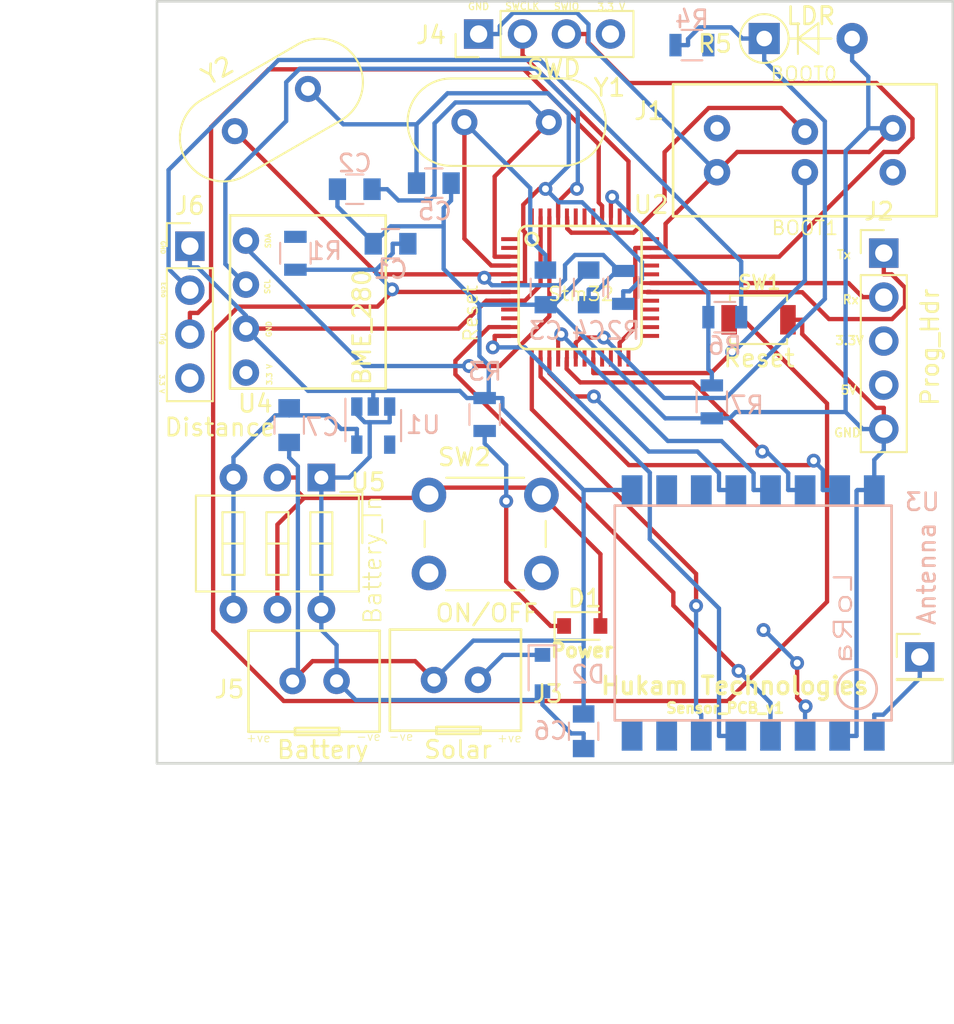
<source format=kicad_pcb>
(kicad_pcb (version 20171130) (host pcbnew 5.1.6-c6e7f7d~87~ubuntu18.04.1)

  (general
    (thickness 1.6)
    (drawings 41)
    (tracks 406)
    (zones 0)
    (modules 32)
    (nets 56)
  )

  (page User 200 150.012)
  (layers
    (0 F.Cu signal)
    (31 B.Cu signal)
    (32 B.Adhes user)
    (33 F.Adhes user)
    (34 B.Paste user)
    (35 F.Paste user)
    (36 B.SilkS user)
    (37 F.SilkS user)
    (38 B.Mask user)
    (39 F.Mask user)
    (40 Dwgs.User user)
    (41 Cmts.User user)
    (42 Eco1.User user)
    (43 Eco2.User user)
    (44 Edge.Cuts user)
    (45 Margin user)
    (46 B.CrtYd user)
    (47 F.CrtYd user)
    (48 B.Fab user)
    (49 F.Fab user)
  )

  (setup
    (last_trace_width 0.25)
    (trace_clearance 0.25)
    (zone_clearance 0.508)
    (zone_45_only no)
    (trace_min 0.25)
    (via_size 0.8)
    (via_drill 0.4)
    (via_min_size 0.25)
    (via_min_drill 0.3)
    (uvia_size 0.3)
    (uvia_drill 0.2)
    (uvias_allowed no)
    (uvia_min_size 0.2)
    (uvia_min_drill 0.1)
    (edge_width 0.1)
    (segment_width 0.2)
    (pcb_text_width 0.3)
    (pcb_text_size 1.5 1.5)
    (mod_edge_width 0.15)
    (mod_text_size 1 1)
    (mod_text_width 0.15)
    (pad_size 1 0.23)
    (pad_drill 0)
    (pad_to_mask_clearance 0)
    (aux_axis_origin 0 0)
    (visible_elements FFFFFF7F)
    (pcbplotparams
      (layerselection 0x010ff_ffffffff)
      (usegerberextensions true)
      (usegerberattributes false)
      (usegerberadvancedattributes false)
      (creategerberjobfile true)
      (excludeedgelayer true)
      (linewidth 0.100000)
      (plotframeref false)
      (viasonmask false)
      (mode 1)
      (useauxorigin false)
      (hpglpennumber 1)
      (hpglpenspeed 20)
      (hpglpendiameter 15.000000)
      (psnegative false)
      (psa4output false)
      (plotreference true)
      (plotvalue true)
      (plotinvisibletext false)
      (padsonsilk false)
      (subtractmaskfromsilk false)
      (outputformat 1)
      (mirror false)
      (drillshape 0)
      (scaleselection 1)
      (outputdirectory "Sensor_PCB_v1_Gerber/"))
  )

  (net 0 "")
  (net 1 "Net-(AE1-Pad1)")
  (net 2 /RESET)
  (net 3 /PC14)
  (net 4 /PC15)
  (net 5 /OSCIN)
  (net 6 /OSCOUT)
  (net 7 /Supply_Reg)
  (net 8 /BAT_IN)
  (net 9 /Solar_+ve)
  (net 10 /VCC3V3)
  (net 11 /BOOT0)
  (net 12 /BOOT1)
  (net 13 /RX0)
  (net 14 /TX0)
  (net 15 /SWIO)
  (net 16 /SWCLK)
  (net 17 /LDR_IN)
  (net 18 "Net-(U1-Pad4)")
  (net 19 "Net-(U2-Pad38)")
  (net 20 "Net-(U2-Pad1)")
  (net 21 /DIO0)
  (net 22 /DIO1)
  (net 23 /NSS)
  (net 24 /MISO)
  (net 25 /MOSI)
  (net 26 "Net-(U2-Pad27)")
  (net 27 "Net-(U2-Pad28)")
  (net 28 "Net-(U2-Pad29)")
  (net 29 "Net-(U2-Pad41)")
  (net 30 "Net-(U2-Pad42)")
  (net 31 "Net-(U2-Pad43)")
  (net 32 /SCL)
  (net 33 /SDA)
  (net 34 /SCK)
  (net 35 "Net-(U3-Pad7)")
  (net 36 "Net-(U3-Pad8)")
  (net 37 "Net-(U3-Pad10)")
  (net 38 "Net-(U3-Pad11)")
  (net 39 "Net-(D1-Pad1)")
  (net 40 /Slide)
  (net 41 /Echo)
  (net 42 /Trig)
  (net 43 /EchoToStm32)
  (net 44 "Net-(U2-Pad21)")
  (net 45 "Net-(U2-Pad22)")
  (net 46 "Net-(U2-Pad32)")
  (net 47 "Net-(U2-Pad33)")
  (net 48 /Reset_LoRa)
  (net 49 "Net-(U2-Pad2)")
  (net 50 "Net-(U2-Pad10)")
  (net 51 "Net-(U2-Pad26)")
  (net 52 "Net-(U2-Pad25)")
  (net 53 /GND)
  (net 54 "Net-(J2-Pad4)")
  (net 55 "Net-(U2-Pad19)")

  (net_class Default "This is the default net class."
    (clearance 0.25)
    (trace_width 0.25)
    (via_dia 0.8)
    (via_drill 0.4)
    (uvia_dia 0.3)
    (uvia_drill 0.2)
    (diff_pair_width 0.3)
    (diff_pair_gap 0.3)
    (add_net /BAT_IN)
    (add_net /BOOT0)
    (add_net /BOOT1)
    (add_net /DIO0)
    (add_net /DIO1)
    (add_net /Echo)
    (add_net /EchoToStm32)
    (add_net /GND)
    (add_net /LDR_IN)
    (add_net /MISO)
    (add_net /MOSI)
    (add_net /NSS)
    (add_net /OSCIN)
    (add_net /OSCOUT)
    (add_net /PC14)
    (add_net /PC15)
    (add_net /RESET)
    (add_net /RX0)
    (add_net /Reset_LoRa)
    (add_net /SCK)
    (add_net /SCL)
    (add_net /SDA)
    (add_net /SWCLK)
    (add_net /SWIO)
    (add_net /Slide)
    (add_net /Solar_+ve)
    (add_net /Supply_Reg)
    (add_net /TX0)
    (add_net /Trig)
    (add_net /VCC3V3)
    (add_net "Net-(AE1-Pad1)")
    (add_net "Net-(D1-Pad1)")
    (add_net "Net-(J2-Pad4)")
    (add_net "Net-(U1-Pad4)")
    (add_net "Net-(U2-Pad1)")
    (add_net "Net-(U2-Pad10)")
    (add_net "Net-(U2-Pad19)")
    (add_net "Net-(U2-Pad2)")
    (add_net "Net-(U2-Pad21)")
    (add_net "Net-(U2-Pad22)")
    (add_net "Net-(U2-Pad25)")
    (add_net "Net-(U2-Pad26)")
    (add_net "Net-(U2-Pad27)")
    (add_net "Net-(U2-Pad28)")
    (add_net "Net-(U2-Pad29)")
    (add_net "Net-(U2-Pad32)")
    (add_net "Net-(U2-Pad33)")
    (add_net "Net-(U2-Pad38)")
    (add_net "Net-(U2-Pad41)")
    (add_net "Net-(U2-Pad42)")
    (add_net "Net-(U2-Pad43)")
    (add_net "Net-(U3-Pad10)")
    (add_net "Net-(U3-Pad11)")
    (add_net "Net-(U3-Pad7)")
    (add_net "Net-(U3-Pad8)")
  )

  (module Custom_Libraries:Pin_Header_02x03 (layer F.Cu) (tedit 5F186510) (tstamp 5F13BCB8)
    (at 60.41 25.89 270)
    (path /5F0FF079)
    (fp_text reference J1 (at -1 9 180) (layer F.SilkS)
      (effects (font (size 1 1) (thickness 0.15)))
    )
    (fp_text value "Header 3x2" (at 6 1.5 180) (layer F.SilkS) hide
      (effects (font (size 1 1) (thickness 0.15)))
    )
    (fp_line (start 5.08 -7.62) (end -2.54 -7.62) (layer F.SilkS) (width 0.15))
    (fp_line (start 5.08 7.62) (end 5.08 -7.62) (layer F.SilkS) (width 0.15))
    (fp_line (start -2.54 7.62) (end 5.08 7.62) (layer F.SilkS) (width 0.15))
    (fp_line (start -2.54 -7.62) (end -2.54 7.62) (layer F.SilkS) (width 0.15))
    (pad 2 thru_hole circle (at 0.2 0 270) (size 1.524 1.524) (drill 0.762) (layers *.Cu *.Mask)
      (net 11 /BOOT0))
    (pad 1 thru_hole circle (at 0 5.08 270) (size 1.524 1.524) (drill 0.762) (layers *.Cu *.Mask)
      (net 10 /VCC3V3))
    (pad 3 thru_hole circle (at 0 -5.08 270) (size 1.524 1.524) (drill 0.762) (layers *.Cu *.Mask)
      (net 53 /GND))
    (pad 4 thru_hole circle (at 2.54 -5.08 270) (size 1.524 1.524) (drill 0.762) (layers *.Cu *.Mask)
      (net 10 /VCC3V3))
    (pad 5 thru_hole circle (at 2.54 0 270) (size 1.524 1.524) (drill 0.762) (layers *.Cu *.Mask)
      (net 12 /BOOT1))
    (pad 6 thru_hole circle (at 2.54 5.08 270) (size 1.524 1.524) (drill 0.762) (layers *.Cu *.Mask)
      (net 53 /GND))
  )

  (module "Custom_Libraries:STM32(LQFP48)" (layer F.Cu) (tedit 5F172EDF) (tstamp 5F13BE25)
    (at 46.91 34.58)
    (descr STM32)
    (tags STM32)
    (path /5F0D833D)
    (attr smd)
    (fp_text reference U2 (at 4.61 -4.27) (layer F.SilkS)
      (effects (font (size 1 1) (thickness 0.15)))
    )
    (fp_text value STM32 (at 0.762 0) (layer F.SilkS) hide
      (effects (font (size 0.5 0.3) (thickness 0.075)))
    )
    (fp_circle (center -2.286 -2.286) (end -2.032 -2.032) (layer F.SilkS) (width 0.15))
    (fp_line (start 3.556 -3.048) (end -2.54 -3.048) (layer F.SilkS) (width 0.15))
    (fp_line (start 4.064 3.556) (end 4.064 -2.54) (layer F.SilkS) (width 0.15))
    (fp_line (start -2.54 4.064) (end 3.556 4.064) (layer F.SilkS) (width 0.15))
    (fp_line (start -3.048 -2.54) (end -3.048 3.556) (layer F.SilkS) (width 0.15))
    (fp_arc (start 3.556 3.556) (end 4.064 3.556) (angle 90) (layer F.SilkS) (width 0.15))
    (fp_arc (start -2.54 3.556) (end -2.54 4.064) (angle 90) (layer F.SilkS) (width 0.15))
    (fp_arc (start 3.556 -2.54) (end 3.556 -3.048) (angle 90) (layer F.SilkS) (width 0.15))
    (fp_arc (start -2.54 -2.54) (end -3.048 -2.54) (angle 90) (layer F.SilkS) (width 0.15))
    (pad 38 smd rect (at 2.794 -3.556) (size 0.23 1) (layers F.Cu F.Adhes F.Paste F.Mask)
      (net 19 "Net-(U2-Pad38)"))
    (pad 1 smd rect (at -3.556 -2.286) (size 1 0.23) (layers F.Cu F.Adhes F.Paste F.Mask)
      (net 20 "Net-(U2-Pad1)"))
    (pad 2 smd rect (at -3.556 -1.778) (size 1 0.23) (layers F.Cu F.Adhes F.Paste F.Mask)
      (net 49 "Net-(U2-Pad2)") (zone_connect 2))
    (pad 3 smd rect (at -3.556 -1.27) (size 1 0.23) (layers F.Cu F.Adhes F.Paste F.Mask)
      (net 3 /PC14))
    (pad 4 smd rect (at -3.556 -0.762) (size 1 0.23) (layers F.Cu F.Adhes F.Paste F.Mask)
      (net 4 /PC15))
    (pad 5 smd rect (at -3.556 -0.254) (size 1 0.23) (layers F.Cu F.Adhes F.Paste F.Mask)
      (net 5 /OSCIN))
    (pad 6 smd rect (at -3.556 0.254) (size 1 0.23) (layers F.Cu F.Adhes F.Paste F.Mask)
      (net 6 /OSCOUT))
    (pad 7 smd rect (at -3.556 0.762) (size 1 0.23) (layers F.Cu F.Adhes F.Paste F.Mask)
      (net 2 /RESET))
    (pad 8 smd rect (at -3.556 1.27) (size 1 0.23) (layers F.Cu F.Adhes F.Paste F.Mask)
      (net 53 /GND))
    (pad 9 smd rect (at -3.556 1.778) (size 1 0.23) (layers F.Cu F.Adhes F.Paste F.Mask)
      (net 10 /VCC3V3))
    (pad 10 smd rect (at -3.556 2.286) (size 1 0.23) (layers F.Cu F.Adhes F.Paste F.Mask)
      (net 50 "Net-(U2-Pad10)"))
    (pad 11 smd rect (at -3.556 2.794) (size 1 0.23) (layers F.Cu F.Adhes F.Paste F.Mask)
      (net 48 /Reset_LoRa))
    (pad 12 smd rect (at -3.556 3.302) (size 1 0.23) (layers F.Cu F.Adhes F.Paste F.Mask)
      (net 21 /DIO0))
    (pad 13 smd rect (at -2.286 4.572) (size 0.23 1) (layers F.Cu F.Adhes F.Paste F.Mask)
      (net 22 /DIO1))
    (pad 14 smd rect (at -1.778 4.572) (size 0.23 1) (layers F.Cu F.Adhes F.Paste F.Mask)
      (net 23 /NSS))
    (pad 16 smd rect (at -0.762 4.572) (size 0.23 1) (layers F.Cu F.Adhes F.Paste F.Mask)
      (net 24 /MISO))
    (pad 17 smd rect (at -0.254 4.572) (size 0.23 1) (layers F.Cu F.Adhes F.Paste F.Mask)
      (net 25 /MOSI))
    (pad 18 smd rect (at 0.254 4.572) (size 0.23 1) (layers F.Cu F.Adhes F.Paste F.Mask)
      (net 17 /LDR_IN))
    (pad 19 smd rect (at 0.762 4.572) (size 0.23 1) (layers F.Cu F.Adhes F.Paste F.Mask)
      (net 55 "Net-(U2-Pad19)"))
    (pad 20 smd rect (at 1.27 4.572) (size 0.23 1) (layers F.Cu F.Adhes F.Paste F.Mask)
      (net 12 /BOOT1))
    (pad 21 smd rect (at 1.778 4.572) (size 0.23 1) (layers F.Cu F.Adhes F.Paste F.Mask)
      (net 44 "Net-(U2-Pad21)"))
    (pad 22 smd rect (at 2.286 4.572) (size 0.23 1) (layers F.Cu F.Adhes F.Paste F.Mask)
      (net 45 "Net-(U2-Pad22)"))
    (pad 23 smd rect (at 2.794 4.572) (size 0.23 1) (layers F.Cu F.Adhes F.Paste F.Mask)
      (net 53 /GND))
    (pad 24 smd rect (at 3.302 4.572) (size 0.23 1) (layers F.Cu F.Adhes F.Paste F.Mask)
      (net 10 /VCC3V3))
    (pad 26 smd rect (at 4.572 2.794) (size 1 0.23) (layers F.Cu F.Adhes F.Paste F.Mask)
      (net 51 "Net-(U2-Pad26)"))
    (pad 27 smd rect (at 4.572 2.286) (size 1 0.23) (layers F.Cu F.Adhes F.Paste F.Mask)
      (net 26 "Net-(U2-Pad27)"))
    (pad 28 smd rect (at 4.572 1.778) (size 1 0.23) (layers F.Cu F.Adhes F.Paste F.Mask)
      (net 27 "Net-(U2-Pad28)"))
    (pad 29 smd rect (at 4.572 1.27) (size 1 0.23) (layers F.Cu F.Adhes F.Paste F.Mask)
      (net 28 "Net-(U2-Pad29)"))
    (pad 30 smd rect (at 4.572 0.762) (size 1 0.23) (layers F.Cu F.Adhes F.Paste F.Mask)
      (net 14 /TX0))
    (pad 31 smd rect (at 4.572 0.254) (size 1 0.23) (layers F.Cu F.Adhes F.Paste F.Mask)
      (net 13 /RX0))
    (pad 32 smd rect (at 4.572 -0.254) (size 1 0.23) (layers F.Cu F.Adhes F.Paste F.Mask)
      (net 46 "Net-(U2-Pad32)"))
    (pad 33 smd rect (at 4.572 -0.762) (size 1 0.23) (layers F.Cu F.Adhes F.Paste F.Mask)
      (net 47 "Net-(U2-Pad33)"))
    (pad 34 smd rect (at 4.572 -1.27) (size 1 0.23) (layers F.Cu F.Adhes F.Paste F.Mask)
      (net 15 /SWIO))
    (pad 35 smd rect (at 4.572 -1.778) (size 1 0.23) (layers F.Cu F.Adhes F.Paste F.Mask)
      (net 53 /GND))
    (pad 36 smd rect (at 4.572 -2.286) (size 1 0.23) (layers F.Cu F.Adhes F.Paste F.Mask)
      (net 10 /VCC3V3))
    (pad 37 smd rect (at 3.302 -3.556) (size 0.23 1) (layers F.Cu F.Adhes F.Paste F.Mask)
      (net 16 /SWCLK))
    (pad 39 smd rect (at 2.286 -3.556) (size 0.23 1) (layers F.Cu F.Adhes F.Paste F.Mask)
      (net 43 /EchoToStm32))
    (pad 40 smd rect (at 1.778 -3.556) (size 0.23 1) (layers F.Cu F.Adhes F.Paste F.Mask)
      (net 42 /Trig))
    (pad 41 smd rect (at 1.27 -3.556) (size 0.23 1) (layers F.Cu F.Adhes F.Paste F.Mask)
      (net 29 "Net-(U2-Pad41)"))
    (pad 42 smd rect (at 0.762 -3.556) (size 0.23 1) (layers F.Cu F.Adhes F.Paste F.Mask)
      (net 30 "Net-(U2-Pad42)"))
    (pad 43 smd rect (at 0.254 -3.556) (size 0.23 1) (layers F.Cu F.Adhes F.Paste F.Mask)
      (net 31 "Net-(U2-Pad43)"))
    (pad 44 smd rect (at -0.254 -3.556) (size 0.23 1) (layers F.Cu F.Adhes F.Paste F.Mask)
      (net 11 /BOOT0))
    (pad 45 smd rect (at -0.762 -3.556) (size 0.23 1) (layers F.Cu F.Adhes F.Paste F.Mask)
      (net 32 /SCL))
    (pad 46 smd rect (at -1.27 -3.556) (size 0.23 1) (layers F.Cu F.Adhes F.Paste F.Mask)
      (net 33 /SDA))
    (pad 47 smd rect (at -1.778 -3.556) (size 0.23 1) (layers F.Cu F.Adhes F.Paste F.Mask)
      (net 53 /GND))
    (pad 48 smd rect (at -2.286 -3.556) (size 0.23 1) (layers F.Cu F.Adhes F.Paste F.Mask)
      (net 10 /VCC3V3))
    (pad 25 smd rect (at 4.572 3.302) (size 1 0.23) (layers F.Cu F.Adhes F.Paste F.Mask)
      (net 52 "Net-(U2-Pad25)"))
    (pad 15 smd rect (at -1.27 4.572) (size 0.23 1) (layers F.Cu F.Adhes F.Paste F.Mask)
      (net 34 /SCK))
  )

  (module Buttons_Switches_SMD:SW_SPST_B3U-1000P (layer F.Cu) (tedit 58724258) (tstamp 5F13BD84)
    (at 57.73 36.95 180)
    (descr "Ultra-small-sized Tactile Switch with High Contact Reliability, Top-actuated Model, without Ground Terminal, without Boss")
    (tags "Tactile Switch")
    (path /5F125580)
    (attr smd)
    (fp_text reference SW1 (at -0.05 2.15) (layer F.SilkS)
      (effects (font (size 0.8 0.8) (thickness 0.15)))
    )
    (fp_text value SW_Push (at 0 2.5) (layer F.SilkS) hide
      (effects (font (size 1 1) (thickness 0.15)))
    )
    (fp_line (start -2.4 1.65) (end 2.4 1.65) (layer F.CrtYd) (width 0.05))
    (fp_line (start 2.4 1.65) (end 2.4 -1.65) (layer F.CrtYd) (width 0.05))
    (fp_line (start 2.4 -1.65) (end -2.4 -1.65) (layer F.CrtYd) (width 0.05))
    (fp_line (start -2.4 -1.65) (end -2.4 1.65) (layer F.CrtYd) (width 0.05))
    (fp_line (start -1.65 1.1) (end -1.65 1.4) (layer F.SilkS) (width 0.12))
    (fp_line (start -1.65 1.4) (end 1.65 1.4) (layer F.SilkS) (width 0.12))
    (fp_line (start 1.65 1.4) (end 1.65 1.1) (layer F.SilkS) (width 0.12))
    (fp_line (start -1.65 -1.1) (end -1.65 -1.4) (layer F.SilkS) (width 0.12))
    (fp_line (start -1.65 -1.4) (end 1.65 -1.4) (layer F.SilkS) (width 0.12))
    (fp_line (start 1.65 -1.4) (end 1.65 -1.1) (layer F.SilkS) (width 0.12))
    (fp_line (start -1.5 -1.25) (end 1.5 -1.25) (layer F.Fab) (width 0.1))
    (fp_line (start 1.5 -1.25) (end 1.5 1.25) (layer F.Fab) (width 0.1))
    (fp_line (start 1.5 1.25) (end -1.5 1.25) (layer F.Fab) (width 0.1))
    (fp_line (start -1.5 1.25) (end -1.5 -1.25) (layer F.Fab) (width 0.1))
    (fp_circle (center 0 0) (end 0.75 0) (layer F.Fab) (width 0.1))
    (fp_text user %R (at 0 -2.5) (layer F.SilkS) hide
      (effects (font (size 1 1) (thickness 0.15)))
    )
    (pad 1 smd rect (at -1.7 0 180) (size 0.9 1.7) (layers F.Cu F.Paste F.Mask)
      (net 53 /GND))
    (pad 2 smd rect (at 1.7 0 180) (size 0.9 1.7) (layers F.Cu F.Paste F.Mask)
      (net 2 /RESET))
    (model ${KISYS3DMOD}/Buttons_Switches_SMD.3dshapes/SW_SPST_B3U-1000P.wrl
      (at (xyz 0 0 0))
      (scale (xyz 1 1 1))
      (rotate (xyz 0 0 0))
    )
  )

  (module Custom_Libraries:LoRa (layer B.Cu) (tedit 5F15CA31) (tstamp 5F13F219)
    (at 57.42 57.48 90)
    (path /5F21A746)
    (fp_text reference U3 (at 10.01 9.78) (layer B.SilkS)
      (effects (font (size 1 1) (thickness 0.15)) (justify mirror))
    )
    (fp_text value LoRa (at 3.3 5.2 270) (layer B.SilkS)
      (effects (font (size 1 1.5) (thickness 0.125)) (justify mirror))
    )
    (fp_circle (center -0.8 6) (end 0.1 5.3) (layer B.SilkS) (width 0.15))
    (fp_line (start -2.6 -8) (end -2.6 8) (layer B.SilkS) (width 0.15))
    (fp_line (start -2.6 8) (end 9.8 8) (layer B.SilkS) (width 0.15))
    (fp_line (start 9.8 8) (end 9.8 -8) (layer B.SilkS) (width 0.15))
    (fp_line (start 9.8 -8) (end -2.6 -8) (layer B.SilkS) (width 0.15))
    (pad 16 smd rect (at 10.7 7 90) (size 1.7 1.2) (layers B.Cu B.Adhes B.Paste B.Mask)
      (net 53 /GND))
    (pad 15 smd rect (at 10.7 5 90) (size 1.7 1.2) (layers B.Cu B.Adhes B.Paste B.Mask)
      (net 23 /NSS))
    (pad 14 smd rect (at 10.7 3 90) (size 1.7 1.2) (layers B.Cu B.Adhes B.Paste B.Mask)
      (net 25 /MOSI))
    (pad 13 smd rect (at 10.7 1 90) (size 1.7 1.2) (layers B.Cu B.Adhes B.Paste B.Mask)
      (net 24 /MISO))
    (pad 12 smd rect (at 10.7 -1 90) (size 1.7 1.2) (layers B.Cu B.Adhes B.Paste B.Mask)
      (net 34 /SCK))
    (pad 11 smd rect (at 10.7 -3 90) (size 1.7 1.2) (layers B.Cu B.Adhes B.Paste B.Mask)
      (net 38 "Net-(U3-Pad11)"))
    (pad 10 smd rect (at 10.7 -5 90) (size 1.7 1.2) (layers B.Cu B.Adhes B.Paste B.Mask)
      (net 37 "Net-(U3-Pad10)"))
    (pad 9 smd rect (at 10.7 -7 90) (size 1.7 1.2) (layers B.Cu B.Adhes B.Paste B.Mask)
      (net 53 /GND))
    (pad 8 smd rect (at -3.5 -7 90) (size 1.7 1.2) (layers B.Cu B.Adhes B.Paste B.Mask)
      (net 36 "Net-(U3-Pad8)"))
    (pad 7 smd rect (at -3.5 -5 90) (size 1.7 1.2) (layers B.Cu B.Adhes B.Paste B.Mask)
      (net 35 "Net-(U3-Pad7)"))
    (pad 6 smd rect (at -3.5 -3 90) (size 1.7 1.2) (layers B.Cu B.Adhes B.Paste B.Mask)
      (net 22 /DIO1))
    (pad 5 smd rect (at -3.5 -1 90) (size 1.7 1.2) (layers B.Cu B.Adhes B.Paste B.Mask)
      (net 21 /DIO0))
    (pad 4 smd rect (at -3.5 1 90) (size 1.7 1.2) (layers B.Cu B.Adhes B.Paste B.Mask)
      (net 48 /Reset_LoRa))
    (pad 3 smd rect (at -3.5 3 90) (size 1.7 1.2) (layers B.Cu B.Adhes B.Paste B.Mask)
      (net 10 /VCC3V3))
    (pad 2 smd rect (at -3.5 5 90) (size 1.7 1.2) (layers B.Cu B.Adhes B.Paste B.Mask)
      (net 53 /GND))
    (pad 1 smd rect (at -3.5 7 90) (size 1.7 1.2) (layers B.Cu B.Adhes B.Paste B.Mask)
      (net 1 "Net-(AE1-Pad1)"))
  )

  (module Pin_Headers:Pin_Header_Straight_1x01_Pitch2.54mm (layer F.Cu) (tedit 59650532) (tstamp 5F13BC03)
    (at 67.05 56.42)
    (descr "Through hole straight pin header, 1x01, 2.54mm pitch, single row")
    (tags "Through hole pin header THT 1x01 2.54mm single row")
    (path /5F2C5F88)
    (fp_text reference AE1 (at 0 -2.33) (layer F.SilkS) hide
      (effects (font (size 1 1) (thickness 0.15)))
    )
    (fp_text value Antenna (at 0.4 -4.8 270) (layer B.SilkS)
      (effects (font (size 1 1) (thickness 0.15)))
    )
    (fp_line (start -0.635 -1.27) (end 1.27 -1.27) (layer F.Fab) (width 0.1))
    (fp_line (start 1.27 -1.27) (end 1.27 1.27) (layer F.Fab) (width 0.1))
    (fp_line (start 1.27 1.27) (end -1.27 1.27) (layer F.Fab) (width 0.1))
    (fp_line (start -1.27 1.27) (end -1.27 -0.635) (layer F.Fab) (width 0.1))
    (fp_line (start -1.27 -0.635) (end -0.635 -1.27) (layer F.Fab) (width 0.1))
    (fp_line (start -1.33 1.33) (end 1.33 1.33) (layer F.SilkS) (width 0.12))
    (fp_line (start -1.33 1.27) (end -1.33 1.33) (layer F.SilkS) (width 0.12))
    (fp_line (start 1.33 1.27) (end 1.33 1.33) (layer F.SilkS) (width 0.12))
    (fp_line (start -1.33 1.27) (end 1.33 1.27) (layer F.SilkS) (width 0.12))
    (fp_line (start -1.33 0) (end -1.33 -1.33) (layer F.SilkS) (width 0.12))
    (fp_line (start -1.33 -1.33) (end 0 -1.33) (layer F.SilkS) (width 0.12))
    (fp_line (start -1.8 -1.8) (end -1.8 1.8) (layer F.CrtYd) (width 0.05))
    (fp_line (start -1.8 1.8) (end 1.8 1.8) (layer F.CrtYd) (width 0.05))
    (fp_line (start 1.8 1.8) (end 1.8 -1.8) (layer F.CrtYd) (width 0.05))
    (fp_line (start 1.8 -1.8) (end -1.8 -1.8) (layer F.CrtYd) (width 0.05))
    (fp_text user %R (at 0.49 4.78 180) (layer F.SilkS) hide
      (effects (font (size 1 1) (thickness 0.15)))
    )
    (pad 1 thru_hole rect (at 0 0) (size 1.7 1.7) (drill 1) (layers *.Cu *.Mask)
      (net 1 "Net-(AE1-Pad1)"))
    (model ${KISYS3DMOD}/Pin_Headers.3dshapes/Pin_Header_Straight_1x01_Pitch2.54mm.wrl
      (at (xyz 0 0 0))
      (scale (xyz 1 1 1))
      (rotate (xyz 0 0 0))
    )
  )

  (module Resistors_SMD:R_0805 (layer B.Cu) (tedit 58E0A804) (tstamp 5F145168)
    (at 55.03 41.69 90)
    (descr "Resistor SMD 0805, reflow soldering, Vishay (see dcrcw.pdf)")
    (tags "resistor 0805")
    (path /5FB36A65)
    (attr smd)
    (fp_text reference R7 (at -0.19 2.03 180) (layer B.SilkS)
      (effects (font (size 1 1) (thickness 0.15)) (justify mirror))
    )
    (fp_text value 4.7K (at 0 -1.75 90) (layer B.SilkS) hide
      (effects (font (size 1 1) (thickness 0.15)) (justify mirror))
    )
    (fp_line (start -1 -0.62) (end -1 0.62) (layer B.Fab) (width 0.1))
    (fp_line (start 1 -0.62) (end -1 -0.62) (layer B.Fab) (width 0.1))
    (fp_line (start 1 0.62) (end 1 -0.62) (layer B.Fab) (width 0.1))
    (fp_line (start -1 0.62) (end 1 0.62) (layer B.Fab) (width 0.1))
    (fp_line (start 0.6 -0.88) (end -0.6 -0.88) (layer B.SilkS) (width 0.12))
    (fp_line (start -0.6 0.88) (end 0.6 0.88) (layer B.SilkS) (width 0.12))
    (fp_line (start -1.55 0.9) (end 1.55 0.9) (layer B.CrtYd) (width 0.05))
    (fp_line (start -1.55 0.9) (end -1.55 -0.9) (layer B.CrtYd) (width 0.05))
    (fp_line (start 1.55 -0.9) (end 1.55 0.9) (layer B.CrtYd) (width 0.05))
    (fp_line (start 1.55 -0.9) (end -1.55 -0.9) (layer B.CrtYd) (width 0.05))
    (fp_text user %R (at 0 0 90) (layer B.SilkS) hide
      (effects (font (size 0.5 0.5) (thickness 0.075)) (justify mirror))
    )
    (pad 1 smd rect (at -0.95 0 90) (size 0.7 1.3) (layers B.Cu B.Paste B.Mask)
      (net 53 /GND))
    (pad 2 smd rect (at 0.95 0 90) (size 0.7 1.3) (layers B.Cu B.Paste B.Mask)
      (net 43 /EchoToStm32))
    (model ${KISYS3DMOD}/Resistors_SMD.3dshapes/R_0805.wrl
      (at (xyz 0 0 0))
      (scale (xyz 1 1 1))
      (rotate (xyz 0 0 0))
    )
  )

  (module Resistors_SMD:R_0805 (layer B.Cu) (tedit 58E0A804) (tstamp 5F145165)
    (at 55.78 36.8)
    (descr "Resistor SMD 0805, reflow soldering, Vishay (see dcrcw.pdf)")
    (tags "resistor 0805")
    (path /5FB350AF)
    (attr smd)
    (fp_text reference R6 (at 0 1.65) (layer B.SilkS)
      (effects (font (size 1 1) (thickness 0.15)) (justify mirror))
    )
    (fp_text value 2.7K (at 0 -1.75) (layer B.SilkS) hide
      (effects (font (size 1 1) (thickness 0.15)) (justify mirror))
    )
    (fp_line (start -1 -0.62) (end -1 0.62) (layer B.Fab) (width 0.1))
    (fp_line (start 1 -0.62) (end -1 -0.62) (layer B.Fab) (width 0.1))
    (fp_line (start 1 0.62) (end 1 -0.62) (layer B.Fab) (width 0.1))
    (fp_line (start -1 0.62) (end 1 0.62) (layer B.Fab) (width 0.1))
    (fp_line (start 0.6 -0.88) (end -0.6 -0.88) (layer B.SilkS) (width 0.12))
    (fp_line (start -0.6 0.88) (end 0.6 0.88) (layer B.SilkS) (width 0.12))
    (fp_line (start -1.55 0.9) (end 1.55 0.9) (layer B.CrtYd) (width 0.05))
    (fp_line (start -1.55 0.9) (end -1.55 -0.9) (layer B.CrtYd) (width 0.05))
    (fp_line (start 1.55 -0.9) (end 1.55 0.9) (layer B.CrtYd) (width 0.05))
    (fp_line (start 1.55 -0.9) (end -1.55 -0.9) (layer B.CrtYd) (width 0.05))
    (fp_text user %R (at 0 0) (layer B.SilkS) hide
      (effects (font (size 0.5 0.5) (thickness 0.075)) (justify mirror))
    )
    (pad 1 smd rect (at -0.95 0) (size 0.7 1.3) (layers B.Cu B.Paste B.Mask)
      (net 43 /EchoToStm32))
    (pad 2 smd rect (at 0.95 0) (size 0.7 1.3) (layers B.Cu B.Paste B.Mask)
      (net 41 /Echo))
    (model ${KISYS3DMOD}/Resistors_SMD.3dshapes/R_0805.wrl
      (at (xyz 0 0 0))
      (scale (xyz 1 1 1))
      (rotate (xyz 0 0 0))
    )
  )

  (module Pin_Headers:Pin_Header_Straight_1x04_Pitch2.54mm (layer F.Cu) (tedit 59650532) (tstamp 5F1450BC)
    (at 24.86 32.7)
    (descr "Through hole straight pin header, 1x04, 2.54mm pitch, single row")
    (tags "Through hole pin header THT 1x04 2.54mm single row")
    (path /5FB05D28)
    (fp_text reference J6 (at 0 -2.33) (layer F.SilkS)
      (effects (font (size 1 1) (thickness 0.15)))
    )
    (fp_text value "Distance /" (at 2.52 10.14) (layer F.SilkS) hide
      (effects (font (size 1 1) (thickness 0.15)))
    )
    (fp_line (start -0.635 -1.27) (end 1.27 -1.27) (layer F.Fab) (width 0.1))
    (fp_line (start 1.27 -1.27) (end 1.27 8.89) (layer F.Fab) (width 0.1))
    (fp_line (start 1.27 8.89) (end -1.27 8.89) (layer F.Fab) (width 0.1))
    (fp_line (start -1.27 8.89) (end -1.27 -0.635) (layer F.Fab) (width 0.1))
    (fp_line (start -1.27 -0.635) (end -0.635 -1.27) (layer F.Fab) (width 0.1))
    (fp_line (start -1.33 8.95) (end 1.33 8.95) (layer F.SilkS) (width 0.12))
    (fp_line (start -1.33 1.27) (end -1.33 8.95) (layer F.SilkS) (width 0.12))
    (fp_line (start 1.33 1.27) (end 1.33 8.95) (layer F.SilkS) (width 0.12))
    (fp_line (start -1.33 1.27) (end 1.33 1.27) (layer F.SilkS) (width 0.12))
    (fp_line (start -1.33 0) (end -1.33 -1.33) (layer F.SilkS) (width 0.12))
    (fp_line (start -1.33 -1.33) (end 0 -1.33) (layer F.SilkS) (width 0.12))
    (fp_line (start -1.8 -1.8) (end -1.8 9.4) (layer F.CrtYd) (width 0.05))
    (fp_line (start -1.8 9.4) (end 1.8 9.4) (layer F.CrtYd) (width 0.05))
    (fp_line (start 1.8 9.4) (end 1.8 -1.8) (layer F.CrtYd) (width 0.05))
    (fp_line (start 1.8 -1.8) (end -1.8 -1.8) (layer F.CrtYd) (width 0.05))
    (fp_text user %R (at 0 3.81 90) (layer F.Fab)
      (effects (font (size 1 1) (thickness 0.15)))
    )
    (pad 1 thru_hole rect (at 0 0) (size 1.7 1.7) (drill 1) (layers *.Cu *.Mask)
      (net 53 /GND))
    (pad 2 thru_hole oval (at 0 2.54) (size 1.7 1.7) (drill 1) (layers *.Cu *.Mask)
      (net 41 /Echo))
    (pad 3 thru_hole oval (at 0 5.08) (size 1.7 1.7) (drill 1) (layers *.Cu *.Mask)
      (net 42 /Trig))
    (pad 4 thru_hole oval (at 0 7.62) (size 1.7 1.7) (drill 1) (layers *.Cu *.Mask)
      (net 10 /VCC3V3))
    (model ${KISYS3DMOD}/Pin_Headers.3dshapes/Pin_Header_Straight_1x04_Pitch2.54mm.wrl
      (at (xyz 0 0 0))
      (scale (xyz 1 1 1))
      (rotate (xyz 0 0 0))
    )
  )

  (module Custom_Libraries:Battery_holder (layer F.Cu) (tedit 5F142099) (tstamp 5F13BD15)
    (at 32.25 56.36)
    (path /5F1AA8B3)
    (fp_text reference J5 (at -5.1 1.93) (layer F.SilkS)
      (effects (font (size 1 1) (thickness 0.15)))
    )
    (fp_text value Battery_input (at -0.85 5.34) (layer F.SilkS) hide
      (effects (font (size 1 1) (thickness 0.15)))
    )
    (fp_line (start -1.31 4.18) (end -1.32 4.18) (layer F.SilkS) (width 0.15))
    (fp_line (start -1.31 4.56) (end -1.31 4.18) (layer F.SilkS) (width 0.15))
    (fp_line (start 1.24 4.56) (end -1.31 4.56) (layer F.SilkS) (width 0.15))
    (fp_line (start 1.24 4.16) (end 1.24 4.56) (layer F.SilkS) (width 0.15))
    (fp_line (start -1.29 4.16) (end 1.24 4.16) (layer F.SilkS) (width 0.15))
    (fp_line (start -3.42 4.38) (end -3.92 4.38) (layer F.SilkS) (width 0.15))
    (fp_line (start 3.58 4.38) (end -3.42 4.38) (layer F.SilkS) (width 0.15))
    (fp_line (start -3.92 4.38) (end -4.01 4.38) (layer F.SilkS) (width 0.15))
    (fp_line (start 3.58 4.38) (end 3.58 -0.62) (layer F.SilkS) (width 0.15))
    (fp_line (start 3.58 -0.62) (end 3.58 -1.42) (layer F.SilkS) (width 0.15))
    (fp_line (start 3.58 -1.42) (end 3.58 -1.43) (layer F.SilkS) (width 0.15))
    (fp_line (start -4 4.34) (end -4 4.35) (layer F.SilkS) (width 0.15))
    (fp_line (start -4 3.54) (end -4 4.34) (layer F.SilkS) (width 0.15))
    (fp_line (start -4 -1.46) (end -4 3.54) (layer F.SilkS) (width 0.15))
    (fp_line (start 3.5 -1.46) (end 3.59 -1.46) (layer F.SilkS) (width 0.15))
    (fp_line (start 3 -1.46) (end 3.5 -1.46) (layer F.SilkS) (width 0.15))
    (fp_line (start -4 -1.46) (end 3 -1.46) (layer F.SilkS) (width 0.15))
    (pad 2 thru_hole circle (at 1.09 1.44) (size 1.524 1.524) (drill 0.762) (layers *.Cu *.Mask)
      (net 8 /BAT_IN))
    (pad 1 thru_hole circle (at -1.45 1.45) (size 1.524 1.524) (drill 0.762) (layers *.Cu *.Mask)
      (net 53 /GND))
  )

  (module Custom_Libraries:Battery_holder (layer F.Cu) (tedit 5F142099) (tstamp 5F13BCE7)
    (at 40.42 56.3)
    (path /5F191EAA)
    (fp_text reference J3 (at 5.13 2.25) (layer F.SilkS)
      (effects (font (size 1 1) (thickness 0.15)))
    )
    (fp_text value Solar_input (at 0.42 5.38) (layer F.SilkS) hide
      (effects (font (size 1 1) (thickness 0.15)))
    )
    (fp_line (start -1.31 4.18) (end -1.32 4.18) (layer F.SilkS) (width 0.15))
    (fp_line (start -1.31 4.56) (end -1.31 4.18) (layer F.SilkS) (width 0.15))
    (fp_line (start 1.24 4.56) (end -1.31 4.56) (layer F.SilkS) (width 0.15))
    (fp_line (start 1.24 4.16) (end 1.24 4.56) (layer F.SilkS) (width 0.15))
    (fp_line (start -1.29 4.16) (end 1.24 4.16) (layer F.SilkS) (width 0.15))
    (fp_line (start -3.42 4.38) (end -3.92 4.38) (layer F.SilkS) (width 0.15))
    (fp_line (start 3.58 4.38) (end -3.42 4.38) (layer F.SilkS) (width 0.15))
    (fp_line (start -3.92 4.38) (end -4.01 4.38) (layer F.SilkS) (width 0.15))
    (fp_line (start 3.58 4.38) (end 3.58 -0.62) (layer F.SilkS) (width 0.15))
    (fp_line (start 3.58 -0.62) (end 3.58 -1.42) (layer F.SilkS) (width 0.15))
    (fp_line (start 3.58 -1.42) (end 3.58 -1.43) (layer F.SilkS) (width 0.15))
    (fp_line (start -4 4.34) (end -4 4.35) (layer F.SilkS) (width 0.15))
    (fp_line (start -4 3.54) (end -4 4.34) (layer F.SilkS) (width 0.15))
    (fp_line (start -4 -1.46) (end -4 3.54) (layer F.SilkS) (width 0.15))
    (fp_line (start 3.5 -1.46) (end 3.59 -1.46) (layer F.SilkS) (width 0.15))
    (fp_line (start 3 -1.46) (end 3.5 -1.46) (layer F.SilkS) (width 0.15))
    (fp_line (start -4 -1.46) (end 3 -1.46) (layer F.SilkS) (width 0.15))
    (pad 2 thru_hole circle (at 1.09 1.44) (size 1.524 1.524) (drill 0.762) (layers *.Cu *.Mask)
      (net 9 /Solar_+ve))
    (pad 1 thru_hole circle (at -1.45 1.45) (size 1.524 1.524) (drill 0.762) (layers *.Cu *.Mask)
      (net 53 /GND))
  )

  (module Buttons_Switches_THT:SW_PUSH_6mm_h5mm (layer F.Cu) (tedit 5923F252) (tstamp 5F13BD9B)
    (at 38.68 47.07)
    (descr "tactile push button, 6x6mm e.g. PHAP33xx series, height=5mm")
    (tags "tact sw push 6mm")
    (path /5F213119)
    (fp_text reference SW2 (at 2.05 -2.19) (layer F.SilkS)
      (effects (font (size 1 1) (thickness 0.15)))
    )
    (fp_text value SW_Push (at 3.64 -2.35) (layer F.SilkS) hide
      (effects (font (size 1 1) (thickness 0.15)))
    )
    (fp_circle (center 3.25 2.25) (end 1.25 2.5) (layer F.Fab) (width 0.1))
    (fp_line (start 6.75 3) (end 6.75 1.5) (layer F.SilkS) (width 0.12))
    (fp_line (start 5.5 -1) (end 1 -1) (layer F.SilkS) (width 0.12))
    (fp_line (start -0.25 1.5) (end -0.25 3) (layer F.SilkS) (width 0.12))
    (fp_line (start 1 5.5) (end 5.5 5.5) (layer F.SilkS) (width 0.12))
    (fp_line (start 8 -1.25) (end 8 5.75) (layer F.CrtYd) (width 0.05))
    (fp_line (start 7.75 6) (end -1.25 6) (layer F.CrtYd) (width 0.05))
    (fp_line (start -1.5 5.75) (end -1.5 -1.25) (layer F.CrtYd) (width 0.05))
    (fp_line (start -1.25 -1.5) (end 7.75 -1.5) (layer F.CrtYd) (width 0.05))
    (fp_line (start -1.5 6) (end -1.25 6) (layer F.CrtYd) (width 0.05))
    (fp_line (start -1.5 5.75) (end -1.5 6) (layer F.CrtYd) (width 0.05))
    (fp_line (start -1.5 -1.5) (end -1.25 -1.5) (layer F.CrtYd) (width 0.05))
    (fp_line (start -1.5 -1.25) (end -1.5 -1.5) (layer F.CrtYd) (width 0.05))
    (fp_line (start 8 -1.5) (end 8 -1.25) (layer F.CrtYd) (width 0.05))
    (fp_line (start 7.75 -1.5) (end 8 -1.5) (layer F.CrtYd) (width 0.05))
    (fp_line (start 8 6) (end 8 5.75) (layer F.CrtYd) (width 0.05))
    (fp_line (start 7.75 6) (end 8 6) (layer F.CrtYd) (width 0.05))
    (fp_line (start 0.25 -0.75) (end 3.25 -0.75) (layer F.Fab) (width 0.1))
    (fp_line (start 0.25 5.25) (end 0.25 -0.75) (layer F.Fab) (width 0.1))
    (fp_line (start 6.25 5.25) (end 0.25 5.25) (layer F.Fab) (width 0.1))
    (fp_line (start 6.25 -0.75) (end 6.25 5.25) (layer F.Fab) (width 0.1))
    (fp_line (start 3.25 -0.75) (end 6.25 -0.75) (layer F.Fab) (width 0.1))
    (fp_text user %R (at 3.27 2) (layer F.SilkS) hide
      (effects (font (size 1 1) (thickness 0.15)))
    )
    (pad 2 thru_hole circle (at 0 4.5 90) (size 2 2) (drill 1.1) (layers *.Cu *.Mask)
      (net 10 /VCC3V3))
    (pad 1 thru_hole circle (at 0 0 90) (size 2 2) (drill 1.1) (layers *.Cu *.Mask)
      (net 40 /Slide))
    (pad 2 thru_hole circle (at 6.5 4.5 90) (size 2 2) (drill 1.1) (layers *.Cu *.Mask)
      (net 10 /VCC3V3))
    (pad 1 thru_hole circle (at 6.5 0 90) (size 2 2) (drill 1.1) (layers *.Cu *.Mask)
      (net 40 /Slide))
    (model ${KISYS3DMOD}/Buttons_Switches_THT.3dshapes/SW_PUSH_6mm_h5mm.wrl
      (offset (xyz 0.1269999980926514 0 0))
      (scale (xyz 0.3937 0.3937 0.3937))
      (rotate (xyz 0 0 0))
    )
  )

  (module Buttons_Switches_THT:SW_DIP_x3_W7.62mm_Slide_LowProfile (layer F.Cu) (tedit 5923F251) (tstamp 5F13D762)
    (at 32.46 46.06 270)
    (descr "3x-dip-switch, Slide, row spacing 7.62 mm (300 mils), LowProfile")
    (tags "DIP Switch Slide 7.62mm 300mil LowProfile")
    (path /5F77381B)
    (fp_text reference U5 (at 0.26 -2.71 180) (layer F.SilkS)
      (effects (font (size 1 1) (thickness 0.15)))
    )
    (fp_text value Slide_switch (at 4.24 8.34 90) (layer F.SilkS) hide
      (effects (font (size 1 1) (thickness 0.15)))
    )
    (fp_line (start 8.7 -2.3) (end -1.1 -2.3) (layer F.CrtYd) (width 0.05))
    (fp_line (start 8.7 7.4) (end 8.7 -2.3) (layer F.CrtYd) (width 0.05))
    (fp_line (start -1.1 7.4) (end 8.7 7.4) (layer F.CrtYd) (width 0.05))
    (fp_line (start -1.1 -2.3) (end -1.1 7.4) (layer F.CrtYd) (width 0.05))
    (fp_line (start 3.81 4.445) (end 3.81 5.715) (layer F.SilkS) (width 0.12))
    (fp_line (start 5.62 4.445) (end 2 4.445) (layer F.SilkS) (width 0.12))
    (fp_line (start 5.62 5.715) (end 5.62 4.445) (layer F.SilkS) (width 0.12))
    (fp_line (start 2 5.715) (end 5.62 5.715) (layer F.SilkS) (width 0.12))
    (fp_line (start 2 4.445) (end 2 5.715) (layer F.SilkS) (width 0.12))
    (fp_line (start 3.81 1.905) (end 3.81 3.175) (layer F.SilkS) (width 0.12))
    (fp_line (start 5.62 1.905) (end 2 1.905) (layer F.SilkS) (width 0.12))
    (fp_line (start 5.62 3.175) (end 5.62 1.905) (layer F.SilkS) (width 0.12))
    (fp_line (start 2 3.175) (end 5.62 3.175) (layer F.SilkS) (width 0.12))
    (fp_line (start 2 1.905) (end 2 3.175) (layer F.SilkS) (width 0.12))
    (fp_line (start 3.81 -0.635) (end 3.81 0.635) (layer F.SilkS) (width 0.12))
    (fp_line (start 5.62 -0.635) (end 2 -0.635) (layer F.SilkS) (width 0.12))
    (fp_line (start 5.62 0.635) (end 5.62 -0.635) (layer F.SilkS) (width 0.12))
    (fp_line (start 2 0.635) (end 5.62 0.635) (layer F.SilkS) (width 0.12))
    (fp_line (start 2 -0.635) (end 2 0.635) (layer F.SilkS) (width 0.12))
    (fp_line (start 1.04 7.25) (end 1.04 -2.17) (layer F.SilkS) (width 0.12))
    (fp_line (start 6.58 7.25) (end 1.04 7.25) (layer F.SilkS) (width 0.12))
    (fp_line (start 6.58 -2.17) (end 6.58 7.25) (layer F.SilkS) (width 0.12))
    (fp_line (start 1.04 -2.17) (end 6.58 -2.17) (layer F.SilkS) (width 0.12))
    (fp_line (start 3.81 4.445) (end 3.81 5.715) (layer F.Fab) (width 0.1))
    (fp_line (start 5.62 4.445) (end 2 4.445) (layer F.Fab) (width 0.1))
    (fp_line (start 5.62 5.715) (end 5.62 4.445) (layer F.Fab) (width 0.1))
    (fp_line (start 2 5.715) (end 5.62 5.715) (layer F.Fab) (width 0.1))
    (fp_line (start 2 4.445) (end 2 5.715) (layer F.Fab) (width 0.1))
    (fp_line (start 3.81 1.905) (end 3.81 3.175) (layer F.Fab) (width 0.1))
    (fp_line (start 5.62 1.905) (end 2 1.905) (layer F.Fab) (width 0.1))
    (fp_line (start 5.62 3.175) (end 5.62 1.905) (layer F.Fab) (width 0.1))
    (fp_line (start 2 3.175) (end 5.62 3.175) (layer F.Fab) (width 0.1))
    (fp_line (start 2 1.905) (end 2 3.175) (layer F.Fab) (width 0.1))
    (fp_line (start 3.81 -0.635) (end 3.81 0.635) (layer F.Fab) (width 0.1))
    (fp_line (start 5.62 -0.635) (end 2 -0.635) (layer F.Fab) (width 0.1))
    (fp_line (start 5.62 0.635) (end 5.62 -0.635) (layer F.Fab) (width 0.1))
    (fp_line (start 2 0.635) (end 5.62 0.635) (layer F.Fab) (width 0.1))
    (fp_line (start 2 -0.635) (end 2 0.635) (layer F.Fab) (width 0.1))
    (fp_line (start 0.47 -1.05) (end 1.47 -2.05) (layer F.Fab) (width 0.1))
    (fp_line (start 0.47 7.13) (end 0.47 -1.05) (layer F.Fab) (width 0.1))
    (fp_line (start 7.15 7.13) (end 0.47 7.13) (layer F.Fab) (width 0.1))
    (fp_line (start 7.15 -2.05) (end 7.15 7.13) (layer F.Fab) (width 0.1))
    (fp_line (start 1.47 -2.05) (end 7.15 -2.05) (layer F.Fab) (width 0.1))
    (fp_line (start 0.84 -2.37) (end 3.78 -2.37) (layer F.SilkS) (width 0.12))
    (fp_line (start 0.84 -2.37) (end 0.84 -1.1) (layer F.SilkS) (width 0.12))
    (fp_text user %R (at 3.81 2.54 90) (layer F.SilkS) hide
      (effects (font (size 1 1) (thickness 0.15)))
    )
    (pad 1 thru_hole rect (at 0 0 270) (size 1.6 1.6) (drill 0.8) (layers *.Cu *.Mask)
      (net 8 /BAT_IN))
    (pad 4 thru_hole oval (at 7.62 5.08 270) (size 1.6 1.6) (drill 0.8) (layers *.Cu *.Mask)
      (net 7 /Supply_Reg))
    (pad 2 thru_hole oval (at 0 2.54 270) (size 1.6 1.6) (drill 0.8) (layers *.Cu *.Mask)
      (net 40 /Slide))
    (pad 5 thru_hole oval (at 7.62 2.54 270) (size 1.6 1.6) (drill 0.8) (layers *.Cu *.Mask)
      (net 40 /Slide))
    (pad 3 thru_hole oval (at 0 5.08 270) (size 1.6 1.6) (drill 0.8) (layers *.Cu *.Mask)
      (net 7 /Supply_Reg))
    (pad 6 thru_hole oval (at 7.62 0 270) (size 1.6 1.6) (drill 0.8) (layers *.Cu *.Mask)
      (net 8 /BAT_IN))
    (model ${KISYS3DMOD}/Buttons_Switches_THT.3dshapes/SW_DIP_x3_W7.62mm_Slide_LowProfile.wrl
      (at (xyz 0 0 0))
      (scale (xyz 1 1 1))
      (rotate (xyz 0 0 90))
    )
  )

  (module Capacitors_SMD:C_0805 (layer B.Cu) (tedit 58AA8463) (tstamp 5F13BC14)
    (at 36.46 32.56)
    (descr "Capacitor SMD 0805, reflow soldering, AVX (see smccp.pdf)")
    (tags "capacitor 0805")
    (path /5F129E71)
    (attr smd)
    (fp_text reference C1 (at 0 1.5) (layer B.SilkS)
      (effects (font (size 1 1) (thickness 0.15)) (justify mirror))
    )
    (fp_text value 1.0uf (at 0 -1.75) (layer B.SilkS) hide
      (effects (font (size 1 1) (thickness 0.15)) (justify mirror))
    )
    (fp_line (start -1 -0.62) (end -1 0.62) (layer B.Fab) (width 0.1))
    (fp_line (start 1 -0.62) (end -1 -0.62) (layer B.Fab) (width 0.1))
    (fp_line (start 1 0.62) (end 1 -0.62) (layer B.Fab) (width 0.1))
    (fp_line (start -1 0.62) (end 1 0.62) (layer B.Fab) (width 0.1))
    (fp_line (start 0.5 0.85) (end -0.5 0.85) (layer B.SilkS) (width 0.12))
    (fp_line (start -0.5 -0.85) (end 0.5 -0.85) (layer B.SilkS) (width 0.12))
    (fp_line (start -1.75 0.88) (end 1.75 0.88) (layer B.CrtYd) (width 0.05))
    (fp_line (start -1.75 0.88) (end -1.75 -0.87) (layer B.CrtYd) (width 0.05))
    (fp_line (start 1.75 -0.87) (end 1.75 0.88) (layer B.CrtYd) (width 0.05))
    (fp_line (start 1.75 -0.87) (end -1.75 -0.87) (layer B.CrtYd) (width 0.05))
    (fp_text user %R (at 0 1.5) (layer B.SilkS)
      (effects (font (size 1 1) (thickness 0.15)) (justify mirror))
    )
    (pad 1 smd rect (at -1 0) (size 1 1.25) (layers B.Cu B.Paste B.Mask)
      (net 53 /GND))
    (pad 2 smd rect (at 1 0) (size 1 1.25) (layers B.Cu B.Paste B.Mask)
      (net 2 /RESET))
    (model Capacitors_SMD.3dshapes/C_0805.wrl
      (at (xyz 0 0 0))
      (scale (xyz 1 1 1))
      (rotate (xyz 0 0 0))
    )
  )

  (module Capacitors_SMD:C_0805 (layer B.Cu) (tedit 58AA8463) (tstamp 5F13BC25)
    (at 34.39 29.41 180)
    (descr "Capacitor SMD 0805, reflow soldering, AVX (see smccp.pdf)")
    (tags "capacitor 0805")
    (path /5F0E9AA7)
    (attr smd)
    (fp_text reference C2 (at 0 1.5) (layer B.SilkS)
      (effects (font (size 1 1) (thickness 0.15)) (justify mirror))
    )
    (fp_text value 20pf (at 0 -1.75) (layer B.SilkS) hide
      (effects (font (size 1 1) (thickness 0.15)) (justify mirror))
    )
    (fp_line (start -1 -0.62) (end -1 0.62) (layer B.Fab) (width 0.1))
    (fp_line (start 1 -0.62) (end -1 -0.62) (layer B.Fab) (width 0.1))
    (fp_line (start 1 0.62) (end 1 -0.62) (layer B.Fab) (width 0.1))
    (fp_line (start -1 0.62) (end 1 0.62) (layer B.Fab) (width 0.1))
    (fp_line (start 0.5 0.85) (end -0.5 0.85) (layer B.SilkS) (width 0.12))
    (fp_line (start -0.5 -0.85) (end 0.5 -0.85) (layer B.SilkS) (width 0.12))
    (fp_line (start -1.75 0.88) (end 1.75 0.88) (layer B.CrtYd) (width 0.05))
    (fp_line (start -1.75 0.88) (end -1.75 -0.87) (layer B.CrtYd) (width 0.05))
    (fp_line (start 1.75 -0.87) (end 1.75 0.88) (layer B.CrtYd) (width 0.05))
    (fp_line (start 1.75 -0.87) (end -1.75 -0.87) (layer B.CrtYd) (width 0.05))
    (fp_text user %R (at 0 1.5) (layer B.SilkS) hide
      (effects (font (size 1 1) (thickness 0.15)) (justify mirror))
    )
    (pad 1 smd rect (at -1 0 180) (size 1 1.25) (layers B.Cu B.Paste B.Mask)
      (net 3 /PC14))
    (pad 2 smd rect (at 1 0 180) (size 1 1.25) (layers B.Cu B.Paste B.Mask)
      (net 53 /GND))
    (model Capacitors_SMD.3dshapes/C_0805.wrl
      (at (xyz 0 0 0))
      (scale (xyz 1 1 1))
      (rotate (xyz 0 0 0))
    )
  )

  (module Capacitors_SMD:C_0805 (layer B.Cu) (tedit 58AA8463) (tstamp 5F13BC36)
    (at 45.41 35.08 270)
    (descr "Capacitor SMD 0805, reflow soldering, AVX (see smccp.pdf)")
    (tags "capacitor 0805")
    (path /5F0E94E8)
    (attr smd)
    (fp_text reference C3 (at 2.5 0 180) (layer B.SilkS)
      (effects (font (size 1 1) (thickness 0.15)) (justify mirror))
    )
    (fp_text value 20pf (at 0 -1.75 270) (layer B.SilkS) hide
      (effects (font (size 1 1) (thickness 0.15)) (justify mirror))
    )
    (fp_line (start 1.75 -0.87) (end -1.75 -0.87) (layer B.CrtYd) (width 0.05))
    (fp_line (start 1.75 -0.87) (end 1.75 0.88) (layer B.CrtYd) (width 0.05))
    (fp_line (start -1.75 0.88) (end -1.75 -0.87) (layer B.CrtYd) (width 0.05))
    (fp_line (start -1.75 0.88) (end 1.75 0.88) (layer B.CrtYd) (width 0.05))
    (fp_line (start -0.5 -0.85) (end 0.5 -0.85) (layer B.SilkS) (width 0.12))
    (fp_line (start 0.5 0.85) (end -0.5 0.85) (layer B.SilkS) (width 0.12))
    (fp_line (start -1 0.62) (end 1 0.62) (layer B.Fab) (width 0.1))
    (fp_line (start 1 0.62) (end 1 -0.62) (layer B.Fab) (width 0.1))
    (fp_line (start 1 -0.62) (end -1 -0.62) (layer B.Fab) (width 0.1))
    (fp_line (start -1 -0.62) (end -1 0.62) (layer B.Fab) (width 0.1))
    (fp_text user %R (at 0 1.5 270) (layer B.SilkS) hide
      (effects (font (size 1 1) (thickness 0.15)) (justify mirror))
    )
    (pad 2 smd rect (at 1 0 270) (size 1 1.25) (layers B.Cu B.Paste B.Mask)
      (net 53 /GND))
    (pad 1 smd rect (at -1 0 270) (size 1 1.25) (layers B.Cu B.Paste B.Mask)
      (net 4 /PC15))
    (model Capacitors_SMD.3dshapes/C_0805.wrl
      (at (xyz 0 0 0))
      (scale (xyz 1 1 1))
      (rotate (xyz 0 0 0))
    )
  )

  (module Capacitors_SMD:C_0805 (layer B.Cu) (tedit 5F13CA4E) (tstamp 5F13BC47)
    (at 47.91 35.08 90)
    (descr "Capacitor SMD 0805, reflow soldering, AVX (see smccp.pdf)")
    (tags "capacitor 0805")
    (path /5F0E49DE)
    (attr smd)
    (fp_text reference C4 (at -2.5 0 180) (layer B.SilkS)
      (effects (font (size 1 1) (thickness 0.15)) (justify mirror))
    )
    (fp_text value 20pf (at 0 -1.75 90) (layer B.SilkS) hide
      (effects (font (size 1 1) (thickness 0.15)) (justify mirror))
    )
    (fp_line (start 1.75 -0.87) (end -1.75 -0.87) (layer B.CrtYd) (width 0.05))
    (fp_line (start 1.75 -0.87) (end 1.75 0.88) (layer B.CrtYd) (width 0.05))
    (fp_line (start -1.75 0.88) (end -1.75 -0.87) (layer B.CrtYd) (width 0.05))
    (fp_line (start -1.75 0.88) (end 1.75 0.88) (layer B.CrtYd) (width 0.05))
    (fp_line (start -0.5 -0.85) (end 0.5 -0.85) (layer B.SilkS) (width 0.12))
    (fp_line (start 0.5 0.85) (end -0.5 0.85) (layer B.SilkS) (width 0.12))
    (fp_line (start -1 0.62) (end 1 0.62) (layer B.Fab) (width 0.1))
    (fp_line (start 1 0.62) (end 1 -0.62) (layer B.Fab) (width 0.1))
    (fp_line (start 1 -0.62) (end -1 -0.62) (layer B.Fab) (width 0.1))
    (fp_line (start -1 -0.62) (end -1 0.62) (layer B.Fab) (width 0.1))
    (fp_text user %R (at 0 1.5 90) (layer B.SilkS) hide
      (effects (font (size 1 1) (thickness 0.15)) (justify mirror))
    )
    (pad 2 smd rect (at 1 0 90) (size 1 1.25) (layers B.Cu B.Paste B.Mask)
      (net 53 /GND))
    (pad 1 smd rect (at -1 0 90) (size 1 1.25) (layers B.Cu B.Paste B.Mask)
      (net 5 /OSCIN))
    (model Capacitors_SMD.3dshapes/C_0805.wrl
      (at (xyz 0 0 0))
      (scale (xyz 1 1 1))
      (rotate (xyz 0 0 0))
    )
  )

  (module Capacitors_SMD:C_0805 (layer B.Cu) (tedit 58AA8463) (tstamp 5F13BC58)
    (at 38.96 29.06)
    (descr "Capacitor SMD 0805, reflow soldering, AVX (see smccp.pdf)")
    (tags "capacitor 0805")
    (path /5F0E6674)
    (attr smd)
    (fp_text reference C5 (at 0.06 1.62) (layer B.SilkS)
      (effects (font (size 1 1) (thickness 0.15)) (justify mirror))
    )
    (fp_text value 20pf (at 0 -1.75) (layer B.SilkS) hide
      (effects (font (size 1 1) (thickness 0.15)) (justify mirror))
    )
    (fp_line (start -1 -0.62) (end -1 0.62) (layer B.Fab) (width 0.1))
    (fp_line (start 1 -0.62) (end -1 -0.62) (layer B.Fab) (width 0.1))
    (fp_line (start 1 0.62) (end 1 -0.62) (layer B.Fab) (width 0.1))
    (fp_line (start -1 0.62) (end 1 0.62) (layer B.Fab) (width 0.1))
    (fp_line (start 0.5 0.85) (end -0.5 0.85) (layer B.SilkS) (width 0.12))
    (fp_line (start -0.5 -0.85) (end 0.5 -0.85) (layer B.SilkS) (width 0.12))
    (fp_line (start -1.75 0.88) (end 1.75 0.88) (layer B.CrtYd) (width 0.05))
    (fp_line (start -1.75 0.88) (end -1.75 -0.87) (layer B.CrtYd) (width 0.05))
    (fp_line (start 1.75 -0.87) (end 1.75 0.88) (layer B.CrtYd) (width 0.05))
    (fp_line (start 1.75 -0.87) (end -1.75 -0.87) (layer B.CrtYd) (width 0.05))
    (fp_text user %R (at 0 1.5) (layer B.SilkS) hide
      (effects (font (size 1 1) (thickness 0.15)) (justify mirror))
    )
    (pad 1 smd rect (at -1 0) (size 1 1.25) (layers B.Cu B.Paste B.Mask)
      (net 6 /OSCOUT))
    (pad 2 smd rect (at 1 0) (size 1 1.25) (layers B.Cu B.Paste B.Mask)
      (net 53 /GND))
    (model Capacitors_SMD.3dshapes/C_0805.wrl
      (at (xyz 0 0 0))
      (scale (xyz 1 1 1))
      (rotate (xyz 0 0 0))
    )
  )

  (module Capacitors_SMD:C_0805 (layer B.Cu) (tedit 58AA8463) (tstamp 5F13BC69)
    (at 47.62 60.71 270)
    (descr "Capacitor SMD 0805, reflow soldering, AVX (see smccp.pdf)")
    (tags "capacitor 0805")
    (path /5F152167)
    (attr smd)
    (fp_text reference C6 (at -0.03 1.92 180) (layer B.SilkS)
      (effects (font (size 1 1) (thickness 0.15)) (justify mirror))
    )
    (fp_text value "100 nf" (at 3 0 90) (layer B.SilkS) hide
      (effects (font (size 1 1) (thickness 0.15)) (justify mirror))
    )
    (fp_line (start 1.75 -0.87) (end -1.75 -0.87) (layer B.CrtYd) (width 0.05))
    (fp_line (start 1.75 -0.87) (end 1.75 0.88) (layer B.CrtYd) (width 0.05))
    (fp_line (start -1.75 0.88) (end -1.75 -0.87) (layer B.CrtYd) (width 0.05))
    (fp_line (start -1.75 0.88) (end 1.75 0.88) (layer B.CrtYd) (width 0.05))
    (fp_line (start -0.5 -0.85) (end 0.5 -0.85) (layer B.SilkS) (width 0.12))
    (fp_line (start 0.5 0.85) (end -0.5 0.85) (layer B.SilkS) (width 0.12))
    (fp_line (start -1 0.62) (end 1 0.62) (layer B.Fab) (width 0.1))
    (fp_line (start 1 0.62) (end 1 -0.62) (layer B.Fab) (width 0.1))
    (fp_line (start 1 -0.62) (end -1 -0.62) (layer B.Fab) (width 0.1))
    (fp_line (start -1 -0.62) (end -1 0.62) (layer B.Fab) (width 0.1))
    (fp_text user %R (at 0 1.92 180) (layer B.Fab) hide
      (effects (font (size 1 1) (thickness 0.15)) (justify mirror))
    )
    (pad 2 smd rect (at 1 0 270) (size 1 1.25) (layers B.Cu B.Paste B.Mask)
      (net 8 /BAT_IN))
    (pad 1 smd rect (at -1 0 270) (size 1 1.25) (layers B.Cu B.Paste B.Mask)
      (net 53 /GND))
    (model Capacitors_SMD.3dshapes/C_0805.wrl
      (at (xyz 0 0 0))
      (scale (xyz 1 1 1))
      (rotate (xyz 0 0 0))
    )
  )

  (module Capacitors_SMD:C_0805 (layer B.Cu) (tedit 58AA8463) (tstamp 5F13BC7A)
    (at 30.6 43.03 90)
    (descr "Capacitor SMD 0805, reflow soldering, AVX (see smccp.pdf)")
    (tags "capacitor 0805")
    (path /5F14D815)
    (attr smd)
    (fp_text reference C7 (at -0.11 1.93 180) (layer B.SilkS)
      (effects (font (size 1 1) (thickness 0.15)) (justify mirror))
    )
    (fp_text value "100 nf" (at 0 -1.75 90) (layer B.SilkS) hide
      (effects (font (size 1 1) (thickness 0.15)) (justify mirror))
    )
    (fp_line (start 1.75 -0.87) (end -1.75 -0.87) (layer B.CrtYd) (width 0.05))
    (fp_line (start 1.75 -0.87) (end 1.75 0.88) (layer B.CrtYd) (width 0.05))
    (fp_line (start -1.75 0.88) (end -1.75 -0.87) (layer B.CrtYd) (width 0.05))
    (fp_line (start -1.75 0.88) (end 1.75 0.88) (layer B.CrtYd) (width 0.05))
    (fp_line (start -0.5 -0.85) (end 0.5 -0.85) (layer B.SilkS) (width 0.12))
    (fp_line (start 0.5 0.85) (end -0.5 0.85) (layer B.SilkS) (width 0.12))
    (fp_line (start -1 0.62) (end 1 0.62) (layer B.Fab) (width 0.1))
    (fp_line (start 1 0.62) (end 1 -0.62) (layer B.Fab) (width 0.1))
    (fp_line (start 1 -0.62) (end -1 -0.62) (layer B.Fab) (width 0.1))
    (fp_line (start -1 -0.62) (end -1 0.62) (layer B.Fab) (width 0.1))
    (fp_text user %R (at 0 1.5 90) (layer B.SilkS) hide
      (effects (font (size 1 1) (thickness 0.15)) (justify mirror))
    )
    (pad 2 smd rect (at 1 0 90) (size 1 1.25) (layers B.Cu B.Paste B.Mask)
      (net 7 /Supply_Reg))
    (pad 1 smd rect (at -1 0 90) (size 1 1.25) (layers B.Cu B.Paste B.Mask)
      (net 53 /GND))
    (model Capacitors_SMD.3dshapes/C_0805.wrl
      (at (xyz 0 0 0))
      (scale (xyz 1 1 1))
      (rotate (xyz 0 0 0))
    )
  )

  (module Diodes_SMD:D_0805 (layer F.Cu) (tedit 590CE9A4) (tstamp 5F13BC92)
    (at 47.54 54.63)
    (descr "Diode SMD in 0805 package http://datasheets.avx.com/schottky.pdf")
    (tags "smd diode")
    (path /5F13F264)
    (attr smd)
    (fp_text reference D1 (at 0.14 -1.6) (layer F.SilkS)
      (effects (font (size 1 1) (thickness 0.15)))
    )
    (fp_text value Pwr_L.E.D (at 0 1.7) (layer F.SilkS) hide
      (effects (font (size 1 1) (thickness 0.15)))
    )
    (fp_line (start -1.6 -0.8) (end -1.6 0.8) (layer F.SilkS) (width 0.12))
    (fp_line (start -1.7 0.88) (end -1.7 -0.88) (layer F.CrtYd) (width 0.05))
    (fp_line (start 1.7 0.88) (end -1.7 0.88) (layer F.CrtYd) (width 0.05))
    (fp_line (start 1.7 -0.88) (end 1.7 0.88) (layer F.CrtYd) (width 0.05))
    (fp_line (start -1.7 -0.88) (end 1.7 -0.88) (layer F.CrtYd) (width 0.05))
    (fp_line (start 0.2 0) (end 0.4 0) (layer F.Fab) (width 0.1))
    (fp_line (start -0.1 0) (end -0.3 0) (layer F.Fab) (width 0.1))
    (fp_line (start -0.1 -0.2) (end -0.1 0.2) (layer F.Fab) (width 0.1))
    (fp_line (start 0.2 0.2) (end 0.2 -0.2) (layer F.Fab) (width 0.1))
    (fp_line (start -0.1 0) (end 0.2 0.2) (layer F.Fab) (width 0.1))
    (fp_line (start 0.2 -0.2) (end -0.1 0) (layer F.Fab) (width 0.1))
    (fp_line (start -1 0.65) (end -1 -0.65) (layer F.Fab) (width 0.1))
    (fp_line (start 1 0.65) (end -1 0.65) (layer F.Fab) (width 0.1))
    (fp_line (start 1 -0.65) (end 1 0.65) (layer F.Fab) (width 0.1))
    (fp_line (start -1 -0.65) (end 1 -0.65) (layer F.Fab) (width 0.1))
    (fp_line (start -1.6 0.8) (end 1 0.8) (layer F.SilkS) (width 0.12))
    (fp_line (start -1.6 -0.8) (end 1 -0.8) (layer F.SilkS) (width 0.12))
    (fp_text user %R (at 0 -1.6) (layer F.SilkS) hide
      (effects (font (size 1 1) (thickness 0.15)))
    )
    (pad 1 smd rect (at -1.05 0) (size 0.8 0.9) (layers F.Cu F.Paste F.Mask)
      (net 39 "Net-(D1-Pad1)"))
    (pad 2 smd rect (at 1.05 0) (size 0.8 0.9) (layers F.Cu F.Paste F.Mask)
      (net 40 /Slide))
    (model ${KISYS3DMOD}/Diodes_SMD.3dshapes/D_0805.wrl
      (at (xyz 0 0 0))
      (scale (xyz 1 1 1))
      (rotate (xyz 0 0 0))
    )
  )

  (module Diodes_SMD:D_0805 (layer B.Cu) (tedit 590CE9A4) (tstamp 5F13BCAA)
    (at 45.24 57.35 270)
    (descr "Diode SMD in 0805 package http://datasheets.avx.com/schottky.pdf")
    (tags "smd diode")
    (path /5F1B7D1B)
    (attr smd)
    (fp_text reference D2 (at 0.08 -2.64 180) (layer B.SilkS)
      (effects (font (size 1 1) (thickness 0.15)) (justify mirror))
    )
    (fp_text value DIODE (at -0.11 1.72 270) (layer B.SilkS) hide
      (effects (font (size 1 1) (thickness 0.15)) (justify mirror))
    )
    (fp_line (start -1.6 0.8) (end 1 0.8) (layer B.SilkS) (width 0.12))
    (fp_line (start -1.6 -0.8) (end 1 -0.8) (layer B.SilkS) (width 0.12))
    (fp_line (start -1 0.65) (end 1 0.65) (layer B.Fab) (width 0.1))
    (fp_line (start 1 0.65) (end 1 -0.65) (layer B.Fab) (width 0.1))
    (fp_line (start 1 -0.65) (end -1 -0.65) (layer B.Fab) (width 0.1))
    (fp_line (start -1 -0.65) (end -1 0.65) (layer B.Fab) (width 0.1))
    (fp_line (start 0.2 0.2) (end -0.1 0) (layer B.Fab) (width 0.1))
    (fp_line (start -0.1 0) (end 0.2 -0.2) (layer B.Fab) (width 0.1))
    (fp_line (start 0.2 -0.2) (end 0.2 0.2) (layer B.Fab) (width 0.1))
    (fp_line (start -0.1 0.2) (end -0.1 -0.2) (layer B.Fab) (width 0.1))
    (fp_line (start -0.1 0) (end -0.3 0) (layer B.Fab) (width 0.1))
    (fp_line (start 0.2 0) (end 0.4 0) (layer B.Fab) (width 0.1))
    (fp_line (start -1.7 0.88) (end 1.7 0.88) (layer B.CrtYd) (width 0.05))
    (fp_line (start 1.7 0.88) (end 1.7 -0.88) (layer B.CrtYd) (width 0.05))
    (fp_line (start 1.7 -0.88) (end -1.7 -0.88) (layer B.CrtYd) (width 0.05))
    (fp_line (start -1.7 -0.88) (end -1.7 0.88) (layer B.CrtYd) (width 0.05))
    (fp_line (start -1.6 0.8) (end -1.6 -0.8) (layer B.SilkS) (width 0.12))
    (fp_text user %R (at 0 -1.5 270) (layer B.SilkS) hide
      (effects (font (size 1 1) (thickness 0.15)) (justify mirror))
    )
    (pad 2 smd rect (at 1.05 0 270) (size 0.8 0.9) (layers B.Cu B.Paste B.Mask)
      (net 8 /BAT_IN))
    (pad 1 smd rect (at -1.05 0 270) (size 0.8 0.9) (layers B.Cu B.Paste B.Mask)
      (net 9 /Solar_+ve))
    (model ${KISYS3DMOD}/Diodes_SMD.3dshapes/D_0805.wrl
      (at (xyz 0 0 0))
      (scale (xyz 1 1 1))
      (rotate (xyz 0 0 0))
    )
  )

  (module Pin_Headers:Pin_Header_Straight_1x05_Pitch2.54mm (layer F.Cu) (tedit 59650532) (tstamp 5F13BCD1)
    (at 64.97 33.1)
    (descr "Through hole straight pin header, 1x05, 2.54mm pitch, single row")
    (tags "Through hole pin header THT 1x05 2.54mm single row")
    (path /5F0DE12E)
    (fp_text reference J2 (at -0.27112 -2.40664) (layer F.SilkS)
      (effects (font (size 1 1) (thickness 0.15)))
    )
    (fp_text value "Prog Hdr" (at 2.62 5.79 90) (layer F.SilkS) hide
      (effects (font (size 1 1) (thickness 0.15)))
    )
    (fp_line (start 1.8 -1.8) (end -1.8 -1.8) (layer F.CrtYd) (width 0.05))
    (fp_line (start 1.8 11.95) (end 1.8 -1.8) (layer F.CrtYd) (width 0.05))
    (fp_line (start -1.8 11.95) (end 1.8 11.95) (layer F.CrtYd) (width 0.05))
    (fp_line (start -1.8 -1.8) (end -1.8 11.95) (layer F.CrtYd) (width 0.05))
    (fp_line (start -1.33 -1.33) (end 0 -1.33) (layer F.SilkS) (width 0.12))
    (fp_line (start -1.33 0) (end -1.33 -1.33) (layer F.SilkS) (width 0.12))
    (fp_line (start -1.33 1.27) (end 1.33 1.27) (layer F.SilkS) (width 0.12))
    (fp_line (start 1.33 1.27) (end 1.33 11.49) (layer F.SilkS) (width 0.12))
    (fp_line (start -1.33 1.27) (end -1.33 11.49) (layer F.SilkS) (width 0.12))
    (fp_line (start -1.33 11.49) (end 1.33 11.49) (layer F.SilkS) (width 0.12))
    (fp_line (start -1.27 -0.635) (end -0.635 -1.27) (layer F.Fab) (width 0.1))
    (fp_line (start -1.27 11.43) (end -1.27 -0.635) (layer F.Fab) (width 0.1))
    (fp_line (start 1.27 11.43) (end -1.27 11.43) (layer F.Fab) (width 0.1))
    (fp_line (start 1.27 -1.27) (end 1.27 11.43) (layer F.Fab) (width 0.1))
    (fp_line (start -0.635 -1.27) (end 1.27 -1.27) (layer F.Fab) (width 0.1))
    (fp_text user %R (at 0 5.08 90) (layer F.Fab)
      (effects (font (size 1 1) (thickness 0.15)))
    )
    (pad 5 thru_hole oval (at 0 10.16) (size 1.7 1.7) (drill 1) (layers *.Cu *.Mask)
      (net 53 /GND))
    (pad 4 thru_hole oval (at 0 7.62) (size 1.7 1.7) (drill 1) (layers *.Cu *.Mask)
      (net 54 "Net-(J2-Pad4)"))
    (pad 3 thru_hole oval (at 0 5.08) (size 1.7 1.7) (drill 1) (layers *.Cu *.Mask)
      (net 10 /VCC3V3))
    (pad 2 thru_hole oval (at 0 2.54) (size 1.7 1.7) (drill 1) (layers *.Cu *.Mask)
      (net 13 /RX0))
    (pad 1 thru_hole rect (at 0 0) (size 1.7 1.7) (drill 1) (layers *.Cu *.Mask)
      (net 14 /TX0))
    (model ${KISYS3DMOD}/Pin_Headers.3dshapes/Pin_Header_Straight_1x05_Pitch2.54mm.wrl
      (at (xyz 0 0 0))
      (scale (xyz 1 1 1))
      (rotate (xyz 0 0 0))
    )
  )

  (module Pin_Headers:Pin_Header_Straight_1x04_Pitch2.54mm (layer F.Cu) (tedit 59650532) (tstamp 5F13BCFF)
    (at 41.55 20.45 90)
    (descr "Through hole straight pin header, 1x04, 2.54mm pitch, single row")
    (tags "Through hole pin header THT 1x04 2.54mm single row")
    (path /5F12B0FD)
    (fp_text reference J4 (at -0.06 -2.75 180) (layer F.SilkS)
      (effects (font (size 1 1) (thickness 0.15)))
    )
    (fp_text value SWD (at -1.99 4.35 180) (layer F.SilkS)
      (effects (font (size 1 1) (thickness 0.15)))
    )
    (fp_line (start 1.8 -1.8) (end -1.8 -1.8) (layer F.CrtYd) (width 0.05))
    (fp_line (start 1.8 9.4) (end 1.8 -1.8) (layer F.CrtYd) (width 0.05))
    (fp_line (start -1.8 9.4) (end 1.8 9.4) (layer F.CrtYd) (width 0.05))
    (fp_line (start -1.8 -1.8) (end -1.8 9.4) (layer F.CrtYd) (width 0.05))
    (fp_line (start -1.33 -1.33) (end 0 -1.33) (layer F.SilkS) (width 0.12))
    (fp_line (start -1.33 0) (end -1.33 -1.33) (layer F.SilkS) (width 0.12))
    (fp_line (start -1.33 1.27) (end 1.33 1.27) (layer F.SilkS) (width 0.12))
    (fp_line (start 1.33 1.27) (end 1.33 8.95) (layer F.SilkS) (width 0.12))
    (fp_line (start -1.33 1.27) (end -1.33 8.95) (layer F.SilkS) (width 0.12))
    (fp_line (start -1.33 8.95) (end 1.33 8.95) (layer F.SilkS) (width 0.12))
    (fp_line (start -1.27 -0.635) (end -0.635 -1.27) (layer F.Fab) (width 0.1))
    (fp_line (start -1.27 8.89) (end -1.27 -0.635) (layer F.Fab) (width 0.1))
    (fp_line (start 1.27 8.89) (end -1.27 8.89) (layer F.Fab) (width 0.1))
    (fp_line (start 1.27 -1.27) (end 1.27 8.89) (layer F.Fab) (width 0.1))
    (fp_line (start -0.635 -1.27) (end 1.27 -1.27) (layer F.Fab) (width 0.1))
    (fp_text user %R (at 0 3.81) (layer F.Fab) hide
      (effects (font (size 1 1) (thickness 0.15)))
    )
    (pad 4 thru_hole oval (at 0 7.62 90) (size 1.7 1.7) (drill 1) (layers *.Cu *.Mask)
      (net 10 /VCC3V3))
    (pad 3 thru_hole oval (at 0 5.08 90) (size 1.7 1.7) (drill 1) (layers *.Cu *.Mask)
      (net 15 /SWIO))
    (pad 2 thru_hole oval (at 0 2.54 90) (size 1.7 1.7) (drill 1) (layers *.Cu *.Mask)
      (net 16 /SWCLK))
    (pad 1 thru_hole rect (at 0 0 90) (size 1.7 1.7) (drill 1) (layers *.Cu *.Mask)
      (net 53 /GND))
    (model ${KISYS3DMOD}/Pin_Headers.3dshapes/Pin_Header_Straight_1x04_Pitch2.54mm.wrl
      (at (xyz 0 0 0))
      (scale (xyz 1 1 1))
      (rotate (xyz 0 0 0))
    )
  )

  (module Resistors_SMD:R_0805 (layer B.Cu) (tedit 58E0A804) (tstamp 5F13BD26)
    (at 30.96 33.11 270)
    (descr "Resistor SMD 0805, reflow soldering, Vishay (see dcrcw.pdf)")
    (tags "resistor 0805")
    (path /5F12CF37)
    (attr smd)
    (fp_text reference R1 (at -0.14 -1.72 180) (layer B.SilkS)
      (effects (font (size 1 1) (thickness 0.15)) (justify mirror))
    )
    (fp_text value 10K (at 0 -1.75 90) (layer B.SilkS) hide
      (effects (font (size 1 1) (thickness 0.15)) (justify mirror))
    )
    (fp_line (start 1.55 -0.9) (end -1.55 -0.9) (layer B.CrtYd) (width 0.05))
    (fp_line (start 1.55 -0.9) (end 1.55 0.9) (layer B.CrtYd) (width 0.05))
    (fp_line (start -1.55 0.9) (end -1.55 -0.9) (layer B.CrtYd) (width 0.05))
    (fp_line (start -1.55 0.9) (end 1.55 0.9) (layer B.CrtYd) (width 0.05))
    (fp_line (start -0.6 0.88) (end 0.6 0.88) (layer B.SilkS) (width 0.12))
    (fp_line (start 0.6 -0.88) (end -0.6 -0.88) (layer B.SilkS) (width 0.12))
    (fp_line (start -1 0.62) (end 1 0.62) (layer B.Fab) (width 0.1))
    (fp_line (start 1 0.62) (end 1 -0.62) (layer B.Fab) (width 0.1))
    (fp_line (start 1 -0.62) (end -1 -0.62) (layer B.Fab) (width 0.1))
    (fp_line (start -1 -0.62) (end -1 0.62) (layer B.Fab) (width 0.1))
    (fp_text user %R (at 0 -0.085999 90) (layer B.SilkS) hide
      (effects (font (size 0.5 0.5) (thickness 0.075)) (justify mirror))
    )
    (pad 2 smd rect (at 0.95 0 270) (size 0.7 1.3) (layers B.Cu B.Paste B.Mask)
      (net 2 /RESET))
    (pad 1 smd rect (at -0.95 0 270) (size 0.7 1.3) (layers B.Cu B.Paste B.Mask)
      (net 10 /VCC3V3))
    (model ${KISYS3DMOD}/Resistors_SMD.3dshapes/R_0805.wrl
      (at (xyz 0 0 0))
      (scale (xyz 1 1 1))
      (rotate (xyz 0 0 0))
    )
  )

  (module Resistors_SMD:R_0805 (layer B.Cu) (tedit 58E0A804) (tstamp 5F13BD37)
    (at 49.91 35.08 270)
    (descr "Resistor SMD 0805, reflow soldering, Vishay (see dcrcw.pdf)")
    (tags "resistor 0805")
    (path /5F0E2D13)
    (attr smd)
    (fp_text reference R2 (at 2.5 0 180) (layer B.SilkS)
      (effects (font (size 1 1) (thickness 0.15)) (justify mirror))
    )
    (fp_text value 1M (at 0 -1.75 90) (layer B.SilkS) hide
      (effects (font (size 1 1) (thickness 0.15)) (justify mirror))
    )
    (fp_line (start -1 -0.62) (end -1 0.62) (layer B.Fab) (width 0.1))
    (fp_line (start 1 -0.62) (end -1 -0.62) (layer B.Fab) (width 0.1))
    (fp_line (start 1 0.62) (end 1 -0.62) (layer B.Fab) (width 0.1))
    (fp_line (start -1 0.62) (end 1 0.62) (layer B.Fab) (width 0.1))
    (fp_line (start 0.6 -0.88) (end -0.6 -0.88) (layer B.SilkS) (width 0.12))
    (fp_line (start -0.6 0.88) (end 0.6 0.88) (layer B.SilkS) (width 0.12))
    (fp_line (start -1.55 0.9) (end 1.55 0.9) (layer B.CrtYd) (width 0.05))
    (fp_line (start -1.55 0.9) (end -1.55 -0.9) (layer B.CrtYd) (width 0.05))
    (fp_line (start 1.55 -0.9) (end 1.55 0.9) (layer B.CrtYd) (width 0.05))
    (fp_line (start 1.55 -0.9) (end -1.55 -0.9) (layer B.CrtYd) (width 0.05))
    (fp_text user %R (at 0 0 90) (layer B.SilkS) hide
      (effects (font (size 0.5 0.5) (thickness 0.075)) (justify mirror))
    )
    (pad 1 smd rect (at -0.95 0 270) (size 0.7 1.3) (layers B.Cu B.Paste B.Mask)
      (net 5 /OSCIN))
    (pad 2 smd rect (at 0.95 0 270) (size 0.7 1.3) (layers B.Cu B.Paste B.Mask)
      (net 6 /OSCOUT))
    (model ${KISYS3DMOD}/Resistors_SMD.3dshapes/R_0805.wrl
      (at (xyz 0 0 0))
      (scale (xyz 1 1 1))
      (rotate (xyz 0 0 0))
    )
  )

  (module Resistors_SMD:R_0805 (layer B.Cu) (tedit 58E0A804) (tstamp 5F13BD48)
    (at 41.9 42.42 90)
    (descr "Resistor SMD 0805, reflow soldering, Vishay (see dcrcw.pdf)")
    (tags "resistor 0805")
    (path /5F141954)
    (attr smd)
    (fp_text reference R3 (at 2.48 0.02 180) (layer B.SilkS)
      (effects (font (size 1 1) (thickness 0.15)) (justify mirror))
    )
    (fp_text value "510 R" (at 0 -1.75 90) (layer B.SilkS) hide
      (effects (font (size 1 1) (thickness 0.15)) (justify mirror))
    )
    (fp_line (start 1.55 -0.9) (end -1.55 -0.9) (layer B.CrtYd) (width 0.05))
    (fp_line (start 1.55 -0.9) (end 1.55 0.9) (layer B.CrtYd) (width 0.05))
    (fp_line (start -1.55 0.9) (end -1.55 -0.9) (layer B.CrtYd) (width 0.05))
    (fp_line (start -1.55 0.9) (end 1.55 0.9) (layer B.CrtYd) (width 0.05))
    (fp_line (start -0.6 0.88) (end 0.6 0.88) (layer B.SilkS) (width 0.12))
    (fp_line (start 0.6 -0.88) (end -0.6 -0.88) (layer B.SilkS) (width 0.12))
    (fp_line (start -1 0.62) (end 1 0.62) (layer B.Fab) (width 0.1))
    (fp_line (start 1 0.62) (end 1 -0.62) (layer B.Fab) (width 0.1))
    (fp_line (start 1 -0.62) (end -1 -0.62) (layer B.Fab) (width 0.1))
    (fp_line (start -1 -0.62) (end -1 0.62) (layer B.Fab) (width 0.1))
    (fp_text user %R (at 0 0 90) (layer B.SilkS) hide
      (effects (font (size 0.5 0.5) (thickness 0.075)) (justify mirror))
    )
    (pad 2 smd rect (at 0.95 0 90) (size 0.7 1.3) (layers B.Cu B.Paste B.Mask)
      (net 53 /GND))
    (pad 1 smd rect (at -0.95 0 90) (size 0.7 1.3) (layers B.Cu B.Paste B.Mask)
      (net 39 "Net-(D1-Pad1)"))
    (model ${KISYS3DMOD}/Resistors_SMD.3dshapes/R_0805.wrl
      (at (xyz 0 0 0))
      (scale (xyz 1 1 1))
      (rotate (xyz 0 0 0))
    )
  )

  (module Resistors_SMD:R_0805 (layer B.Cu) (tedit 58E0A804) (tstamp 5F13BD59)
    (at 53.88 21.09)
    (descr "Resistor SMD 0805, reflow soldering, Vishay (see dcrcw.pdf)")
    (tags "resistor 0805")
    (path /5F2C1175)
    (attr smd)
    (fp_text reference R4 (at 0 -1.5) (layer B.SilkS)
      (effects (font (size 1 1) (thickness 0.15)) (justify mirror))
    )
    (fp_text value 10K (at 0 -1.75) (layer B.SilkS) hide
      (effects (font (size 1 1) (thickness 0.15)) (justify mirror))
    )
    (fp_line (start -1 -0.62) (end -1 0.62) (layer B.Fab) (width 0.1))
    (fp_line (start 1 -0.62) (end -1 -0.62) (layer B.Fab) (width 0.1))
    (fp_line (start 1 0.62) (end 1 -0.62) (layer B.Fab) (width 0.1))
    (fp_line (start -1 0.62) (end 1 0.62) (layer B.Fab) (width 0.1))
    (fp_line (start 0.6 -0.88) (end -0.6 -0.88) (layer B.SilkS) (width 0.12))
    (fp_line (start -0.6 0.88) (end 0.6 0.88) (layer B.SilkS) (width 0.12))
    (fp_line (start -1.55 0.9) (end 1.55 0.9) (layer B.CrtYd) (width 0.05))
    (fp_line (start -1.55 0.9) (end -1.55 -0.9) (layer B.CrtYd) (width 0.05))
    (fp_line (start 1.55 -0.9) (end 1.55 0.9) (layer B.CrtYd) (width 0.05))
    (fp_line (start 1.55 -0.9) (end -1.55 -0.9) (layer B.CrtYd) (width 0.05))
    (fp_text user %R (at 0 0) (layer B.SilkS) hide
      (effects (font (size 0.5 0.5) (thickness 0.075)) (justify mirror))
    )
    (pad 1 smd rect (at -0.95 0) (size 0.7 1.3) (layers B.Cu B.Paste B.Mask)
      (net 17 /LDR_IN))
    (pad 2 smd rect (at 0.95 0) (size 0.7 1.3) (layers B.Cu B.Paste B.Mask)
      (net 10 /VCC3V3))
    (model ${KISYS3DMOD}/Resistors_SMD.3dshapes/R_0805.wrl
      (at (xyz 0 0 0))
      (scale (xyz 1 1 1))
      (rotate (xyz 0 0 0))
    )
  )

  (module Diodes_THT:D_A-405_P5.08mm_Vertical_AnodeUp (layer F.Cu) (tedit 5921392E) (tstamp 5F13BD6D)
    (at 58.06 20.71)
    (descr "D, A-405 series, Axial, Vertical, pin pitch=5.08mm, , length*diameter=5.2*2.7mm^2, , http://www.diodes.com/_files/packages/A-405.pdf")
    (tags "D A-405 series Axial Vertical pin pitch 5.08mm  length 5.2mm diameter 2.7mm")
    (path /5F2B3D21)
    (fp_text reference R5 (at -2.85 0.3) (layer F.SilkS)
      (effects (font (size 1 1) (thickness 0.15)))
    )
    (fp_text value LDR (at 2.69172 -1.3044) (layer F.SilkS)
      (effects (font (size 1 1) (thickness 0.15)))
    )
    (fp_circle (center 0 0) (end 1.41 0) (layer F.SilkS) (width 0.12))
    (fp_circle (center 0 0) (end 1.35 0) (layer F.Fab) (width 0.1))
    (fp_line (start 6.3 -1.7) (end -1.7 -1.7) (layer F.CrtYd) (width 0.05))
    (fp_line (start 6.3 1.7) (end 6.3 -1.7) (layer F.CrtYd) (width 0.05))
    (fp_line (start -1.7 1.7) (end 6.3 1.7) (layer F.CrtYd) (width 0.05))
    (fp_line (start -1.7 -1.7) (end -1.7 1.7) (layer F.CrtYd) (width 0.05))
    (fp_line (start 3.132667 0.889) (end 1.947333 0) (layer F.SilkS) (width 0.12))
    (fp_line (start 3.132667 -0.889) (end 3.132667 0.889) (layer F.SilkS) (width 0.12))
    (fp_line (start 1.947333 0) (end 3.132667 -0.889) (layer F.SilkS) (width 0.12))
    (fp_line (start 1.947333 -0.889) (end 1.947333 0.889) (layer F.SilkS) (width 0.12))
    (fp_line (start 1.41 0) (end 3.88 0) (layer F.SilkS) (width 0.12))
    (fp_line (start 0 0) (end 5.08 0) (layer F.Fab) (width 0.1))
    (fp_text user %R (at 8.5 -8) (layer F.Fab) hide
      (effects (font (size 1 1) (thickness 0.15)))
    )
    (fp_text user K (at -2.11 0) (layer F.Fab) hide
      (effects (font (size 1 1) (thickness 0.15)))
    )
    (pad 2 thru_hole oval (at 5.08 0) (size 1.8 1.8) (drill 0.9) (layers *.Cu *.Mask)
      (net 53 /GND))
    (pad 1 thru_hole rect (at 0 0) (size 1.8 1.8) (drill 0.9) (layers *.Cu *.Mask)
      (net 17 /LDR_IN))
    (model ${KISYS3DMOD}/Diodes_THT.3dshapes/D_A-405_P5.08mm_Vertical_AnodeUp.wrl
      (at (xyz 0 0 0))
      (scale (xyz 0.393701 0.393701 0.393701))
      (rotate (xyz 0 0 0))
    )
  )

  (module TO_SOT_Packages_SMD:SOT-23-5 (layer B.Cu) (tedit 58CE4E7E) (tstamp 5F13BDE8)
    (at 35.46 43.06 270)
    (descr "5-pin SOT23 package")
    (tags SOT-23-5)
    (path /5F13570F)
    (attr smd)
    (fp_text reference U1 (at -0.04 -2.88 180) (layer B.SilkS)
      (effects (font (size 1 1) (thickness 0.15)) (justify mirror))
    )
    (fp_text value APK2112.K-3.3 (at 0 -2.9 270) (layer B.SilkS) hide
      (effects (font (size 1 1) (thickness 0.15)) (justify mirror))
    )
    (fp_line (start -0.9 -1.61) (end 0.9 -1.61) (layer B.SilkS) (width 0.12))
    (fp_line (start 0.9 1.61) (end -1.55 1.61) (layer B.SilkS) (width 0.12))
    (fp_line (start -1.9 1.8) (end 1.9 1.8) (layer B.CrtYd) (width 0.05))
    (fp_line (start 1.9 1.8) (end 1.9 -1.8) (layer B.CrtYd) (width 0.05))
    (fp_line (start 1.9 -1.8) (end -1.9 -1.8) (layer B.CrtYd) (width 0.05))
    (fp_line (start -1.9 -1.8) (end -1.9 1.8) (layer B.CrtYd) (width 0.05))
    (fp_line (start -0.9 0.9) (end -0.25 1.55) (layer B.Fab) (width 0.1))
    (fp_line (start 0.9 1.55) (end -0.25 1.55) (layer B.Fab) (width 0.1))
    (fp_line (start -0.9 0.9) (end -0.9 -1.55) (layer B.Fab) (width 0.1))
    (fp_line (start 0.9 -1.55) (end -0.9 -1.55) (layer B.Fab) (width 0.1))
    (fp_line (start 0.9 1.55) (end 0.9 -1.55) (layer B.Fab) (width 0.1))
    (fp_text user %R (at 0 0) (layer B.SilkS) hide
      (effects (font (size 0.5 0.5) (thickness 0.075)) (justify mirror))
    )
    (pad 1 smd rect (at -1.1 0.95 270) (size 1.06 0.65) (layers B.Cu B.Paste B.Mask)
      (net 8 /BAT_IN))
    (pad 2 smd rect (at -1.1 0 270) (size 1.06 0.65) (layers B.Cu B.Paste B.Mask)
      (net 53 /GND))
    (pad 3 smd rect (at -1.1 -0.95 270) (size 1.06 0.65) (layers B.Cu B.Paste B.Mask)
      (net 8 /BAT_IN))
    (pad 4 smd rect (at 1.1 -0.95 270) (size 1.06 0.65) (layers B.Cu B.Paste B.Mask)
      (net 18 "Net-(U1-Pad4)"))
    (pad 5 smd rect (at 1.1 0.95 270) (size 1.06 0.65) (layers B.Cu B.Paste B.Mask)
      (net 7 /Supply_Reg))
    (model ${KISYS3DMOD}/TO_SOT_Packages_SMD.3dshapes/SOT-23-5.wrl
      (at (xyz 0 0 0))
      (scale (xyz 1 1 1))
      (rotate (xyz 0 0 0))
    )
  )

  (module Custom_Libraries:BME280 (layer F.Cu) (tedit 5F13A098) (tstamp 5F13BE4B)
    (at 33.18 34.92 180)
    (path /5F2EAD59)
    (fp_text reference U4 (at 4.54 -6.87) (layer F.SilkS)
      (effects (font (size 1 1) (thickness 0.15)))
    )
    (fp_text value BME_280 (at -1.63 -2.46 90) (layer F.SilkS)
      (effects (font (size 1 1) (thickness 0.15)))
    )
    (fp_line (start -2 4) (end 6 4) (layer F.SilkS) (width 0.15))
    (fp_line (start 6 4) (end 6 -6) (layer F.SilkS) (width 0.15))
    (fp_line (start 6 -6) (end -2 -6) (layer F.SilkS) (width 0.15))
    (fp_line (start -2 -6) (end -3 -6) (layer F.SilkS) (width 0.15))
    (fp_line (start -3 -6) (end -3 4) (layer F.SilkS) (width 0.15))
    (fp_line (start -3 4) (end -2 4) (layer F.SilkS) (width 0.15))
    (pad 1 thru_hole circle (at 5.08 -5.08 180) (size 1.524 1.524) (drill 0.762) (layers *.Cu *.Mask)
      (net 10 /VCC3V3))
    (pad 2 thru_hole circle (at 5.08 -2.54 180) (size 1.524 1.524) (drill 0.762) (layers *.Cu *.Mask)
      (net 53 /GND))
    (pad 3 thru_hole circle (at 5.08 0 180) (size 1.524 1.524) (drill 0.762) (layers *.Cu *.Mask)
      (net 32 /SCL))
    (pad 4 thru_hole circle (at 5.08 2.54 180) (size 1.524 1.524) (drill 0.762) (layers *.Cu *.Mask)
      (net 33 /SDA))
  )

  (module Crystals:Crystal_HC49-4H_Vertical (layer F.Cu) (tedit 58CD2E9C) (tstamp 5F13BE62)
    (at 45.61 25.54 180)
    (descr "Crystal THT HC-49-4H http://5hertz.com/pdfs/04404_D.pdf")
    (tags "THT crystalHC-49-4H")
    (path /5F0DAA87)
    (fp_text reference Y1 (at -3.5 2) (layer F.SilkS)
      (effects (font (size 1 1) (thickness 0.15)))
    )
    (fp_text value 32.768K (at 2.5 -1.5) (layer F.Fab)
      (effects (font (size 1 1) (thickness 0.15)))
    )
    (fp_line (start 8.5 -2.8) (end -3.6 -2.8) (layer F.CrtYd) (width 0.05))
    (fp_line (start 8.5 2.8) (end 8.5 -2.8) (layer F.CrtYd) (width 0.05))
    (fp_line (start -3.6 2.8) (end 8.5 2.8) (layer F.CrtYd) (width 0.05))
    (fp_line (start -3.6 -2.8) (end -3.6 2.8) (layer F.CrtYd) (width 0.05))
    (fp_line (start -0.76 2.525) (end 5.64 2.525) (layer F.SilkS) (width 0.12))
    (fp_line (start -0.76 -2.525) (end 5.64 -2.525) (layer F.SilkS) (width 0.12))
    (fp_line (start -0.56 2) (end 5.44 2) (layer F.Fab) (width 0.1))
    (fp_line (start -0.56 -2) (end 5.44 -2) (layer F.Fab) (width 0.1))
    (fp_line (start -0.76 2.325) (end 5.64 2.325) (layer F.Fab) (width 0.1))
    (fp_line (start -0.76 -2.325) (end 5.64 -2.325) (layer F.Fab) (width 0.1))
    (fp_arc (start 5.64 0) (end 5.64 -2.525) (angle 180) (layer F.SilkS) (width 0.12))
    (fp_arc (start -0.76 0) (end -0.76 -2.525) (angle -180) (layer F.SilkS) (width 0.12))
    (fp_arc (start 5.44 0) (end 5.44 -2) (angle 180) (layer F.Fab) (width 0.1))
    (fp_arc (start -0.56 0) (end -0.56 -2) (angle -180) (layer F.Fab) (width 0.1))
    (fp_arc (start 5.64 0) (end 5.64 -2.325) (angle 180) (layer F.Fab) (width 0.1))
    (fp_arc (start -0.76 0) (end -0.76 -2.325) (angle -180) (layer F.Fab) (width 0.1))
    (fp_text user %R (at 2.44 0) (layer F.Fab) hide
      (effects (font (size 1 1) (thickness 0.15)))
    )
    (pad 2 thru_hole circle (at 4.88 0 180) (size 1.5 1.5) (drill 0.8) (layers *.Cu *.Mask)
      (net 4 /PC15))
    (pad 1 thru_hole circle (at 0 0 180) (size 1.5 1.5) (drill 0.8) (layers *.Cu *.Mask)
      (net 3 /PC14))
    (model ${KISYS3DMOD}/Crystals.3dshapes/Crystal_HC49-4H_Vertical.wrl
      (at (xyz 0 0 0))
      (scale (xyz 0.393701 0.393701 0.393701))
      (rotate (xyz 0 0 0))
    )
  )

  (module Crystals:Crystal_HC49-4H_Vertical (layer F.Cu) (tedit 58CD2E9C) (tstamp 5F13BE79)
    (at 27.46 26.06 30)
    (descr "Crystal THT HC-49-4H http://5hertz.com/pdfs/04404_D.pdf")
    (tags "THT crystalHC-49-4H")
    (path /5F0D9577)
    (fp_text reference Y2 (at 0.883975 -3.531089 30) (layer F.SilkS)
      (effects (font (size 1 1) (thickness 0.15)))
    )
    (fp_text value 8Mhz (at 2.430481 -1.483513 30) (layer F.Fab)
      (effects (font (size 1 1) (thickness 0.15)))
    )
    (fp_line (start -0.76 -2.325) (end 5.64 -2.325) (layer F.Fab) (width 0.1))
    (fp_line (start -0.76 2.325) (end 5.64 2.325) (layer F.Fab) (width 0.1))
    (fp_line (start -0.56 -2) (end 5.44 -2) (layer F.Fab) (width 0.1))
    (fp_line (start -0.56 2) (end 5.44 2) (layer F.Fab) (width 0.1))
    (fp_line (start -0.76 -2.525) (end 5.64 -2.525) (layer F.SilkS) (width 0.12))
    (fp_line (start -0.76 2.525) (end 5.64 2.525) (layer F.SilkS) (width 0.12))
    (fp_line (start -3.6 -2.8) (end -3.6 2.8) (layer F.CrtYd) (width 0.05))
    (fp_line (start -3.6 2.8) (end 8.5 2.8) (layer F.CrtYd) (width 0.05))
    (fp_line (start 8.5 2.8) (end 8.5 -2.8) (layer F.CrtYd) (width 0.05))
    (fp_line (start 8.5 -2.8) (end -3.6 -2.8) (layer F.CrtYd) (width 0.05))
    (fp_text user %R (at 2.44 0 30) (layer F.Fab) hide
      (effects (font (size 1 1) (thickness 0.15)))
    )
    (fp_arc (start -0.76 0) (end -0.76 -2.325) (angle -180) (layer F.Fab) (width 0.1))
    (fp_arc (start 5.64 0) (end 5.64 -2.325) (angle 180) (layer F.Fab) (width 0.1))
    (fp_arc (start -0.56 0) (end -0.56 -2) (angle -180) (layer F.Fab) (width 0.1))
    (fp_arc (start 5.44 0) (end 5.44 -2) (angle 180) (layer F.Fab) (width 0.1))
    (fp_arc (start -0.76 0) (end -0.76 -2.525) (angle -180) (layer F.SilkS) (width 0.12))
    (fp_arc (start 5.64 0) (end 5.64 -2.525) (angle 180) (layer F.SilkS) (width 0.12))
    (pad 1 thru_hole circle (at 0 0 30) (size 1.5 1.5) (drill 0.8) (layers *.Cu *.Mask)
      (net 5 /OSCIN))
    (pad 2 thru_hole circle (at 4.88 0 30) (size 1.5 1.5) (drill 0.8) (layers *.Cu *.Mask)
      (net 6 /OSCOUT))
    (model ${KISYS3DMOD}/Crystals.3dshapes/Crystal_HC49-4H_Vertical.wrl
      (at (xyz 0 0 0))
      (scale (xyz 0.393701 0.393701 0.393701))
      (rotate (xyz 0 0 0))
    )
  )

  (gr_text +ve (at 43.32986 61.10224) (layer F.SilkS) (tstamp 5F1882B6)
    (effects (font (size 0.5 0.5) (thickness 0.05)))
  )
  (gr_text -ve (at 37.06622 61.0108) (layer F.SilkS) (tstamp 5F1882B3)
    (effects (font (size 0.5 0.5) (thickness 0.05)))
  )
  (gr_text -ve (at 35.18662 61.01334) (layer F.SilkS) (tstamp 5F1882B0)
    (effects (font (size 0.5 0.5) (thickness 0.05)))
  )
  (gr_text +ve (at 28.8163 61.09208) (layer F.SilkS)
    (effects (font (size 0.5 0.5) (thickness 0.05)))
  )
  (gr_text BOOT1 (at 60.41136 31.6484) (layer F.SilkS) (tstamp 5F1882A0)
    (effects (font (size 0.8 0.8) (thickness 0.1)))
  )
  (gr_text BOOT0 (at 60.34532 22.75332) (layer F.SilkS) (tstamp 5F188282)
    (effects (font (size 0.8 0.8) (thickness 0.1)))
  )
  (gr_text "3.3 V" (at 49.21758 18.8849) (layer F.SilkS)
    (effects (font (size 0.4 0.4) (thickness 0.07)))
  )
  (gr_text SWIO (at 46.6344 18.86204) (layer F.SilkS)
    (effects (font (size 0.4 0.4) (thickness 0.07)))
  )
  (gr_text GND (at 41.54678 18.86204) (layer F.SilkS)
    (effects (font (size 0.4 0.4) (thickness 0.07)))
  )
  (gr_text SWCLK (at 44.07662 18.84426) (layer F.SilkS)
    (effects (font (size 0.4 0.4) (thickness 0.07)))
  )
  (gr_text Battery_In (at 35.42284 50.81016 90) (layer F.SilkS)
    (effects (font (size 1 1) (thickness 0.1)))
  )
  (gr_text "3.3 V" (at 29.45892 40.11422 90) (layer F.SilkS)
    (effects (font (size 0.3 0.3) (thickness 0.07)))
  )
  (gr_text GND (at 29.42844 37.4904 90) (layer F.SilkS)
    (effects (font (size 0.3 0.3) (thickness 0.07)))
  )
  (gr_text SCL (at 29.34462 35.0393 90) (layer F.SilkS)
    (effects (font (size 0.3 0.3) (thickness 0.07)))
  )
  (gr_text SDA (at 29.38526 32.385 90) (layer F.SilkS)
    (effects (font (size 0.3 0.3) (thickness 0.075)))
  )
  (gr_text GND (at 23.30704 32.77362 270) (layer F.SilkS)
    (effects (font (size 0.25 0.25) (thickness 0.06)))
  )
  (gr_text Echo (at 23.3426 35.22472 270) (layer F.SilkS)
    (effects (font (size 0.25 0.25) (thickness 0.06)))
  )
  (gr_text Trig (at 23.29942 38.04666 270) (layer F.SilkS)
    (effects (font (size 0.25 0.25) (thickness 0.06)))
  )
  (gr_text "3.3 V" (at 23.23846 40.6527 270) (layer F.SilkS)
    (effects (font (size 0.27 0.27) (thickness 0.06)))
  )
  (gr_text GND (at 62.87008 43.4721) (layer F.SilkS)
    (effects (font (size 0.5 0.5) (thickness 0.1)))
  )
  (gr_text 5V (at 62.9412 41.0083) (layer F.SilkS)
    (effects (font (size 0.5 0.5) (thickness 0.1)))
  )
  (gr_text 3.3V (at 62.992 38.14826) (layer F.SilkS)
    (effects (font (size 0.5 0.5) (thickness 0.1)))
  )
  (gr_text Rx (at 63.05804 35.7886) (layer F.SilkS)
    (effects (font (size 0.5 0.5) (thickness 0.1)))
  )
  (gr_text Tx (at 62.66688 33.19018) (layer F.SilkS)
    (effects (font (size 0.5 0.5) (thickness 0.1)))
  )
  (gr_text ON/OFF (at 42.02 53.89) (layer F.SilkS)
    (effects (font (size 1 1) (thickness 0.15)))
  )
  (gr_text Solar (at 40.36 61.77) (layer F.SilkS)
    (effects (font (size 1 1) (thickness 0.15)))
  )
  (gr_text Battery (at 32.54248 61.77788) (layer F.SilkS)
    (effects (font (size 1 1) (thickness 0.15)))
  )
  (gr_text Distance (at 26.6 43.16) (layer F.SilkS)
    (effects (font (size 1 1) (thickness 0.15)))
  )
  (gr_text Prog_Hdr (at 67.64 38.53 90) (layer F.SilkS)
    (effects (font (size 1 1) (thickness 0.15)))
  )
  (gr_text Reset (at 57.76 39.17) (layer F.SilkS)
    (effects (font (size 1 1) (thickness 0.15)))
  )
  (gr_text Reset (at 41.09 36.58 90) (layer F.SilkS)
    (effects (font (size 0.8 0.8) (thickness 0.1)))
  )
  (gr_text Stm32 (at 47.47 35.46) (layer F.SilkS)
    (effects (font (size 0.8 0.8) (thickness 0.1)))
  )
  (gr_text Power (at 47.53 56.04) (layer F.SilkS)
    (effects (font (size 0.8 0.8) (thickness 0.2)))
  )
  (gr_text Sensor_PCB_v1 (at 55.8 59.37) (layer F.SilkS)
    (effects (font (size 0.6 0.6) (thickness 0.15)))
  )
  (gr_text "Hukam Technologies\n" (at 56.36 58.08) (layer F.SilkS)
    (effects (font (size 1 1) (thickness 0.2)))
  )
  (gr_line (start 68.96 62.56) (end 22.96 62.56) (layer Edge.Cuts) (width 0.15))
  (gr_line (start 68.96 18.56) (end 68.96 62.56) (layer Edge.Cuts) (width 0.15))
  (gr_line (start 22.96 18.56) (end 68.96 18.56) (layer Edge.Cuts) (width 0.15))
  (gr_line (start 22.96 62.56) (end 22.96 18.56) (layer Edge.Cuts) (width 0.15))
  (dimension 44.5 (width 0.15) (layer Dwgs.User)
    (gr_text "44.500 mm" (at 21.26 40.81 270) (layer Dwgs.User)
      (effects (font (size 1 1) (thickness 0.15)))
    )
    (feature1 (pts (xy 13.96 63.06) (xy 20.546421 63.06)))
    (feature2 (pts (xy 13.96 18.56) (xy 20.546421 18.56)))
    (crossbar (pts (xy 19.96 18.56) (xy 19.96 63.06)))
    (arrow1a (pts (xy 19.96 63.06) (xy 19.373579 61.933496)))
    (arrow1b (pts (xy 19.96 63.06) (xy 20.546421 61.933496)))
    (arrow2a (pts (xy 19.96 18.56) (xy 19.373579 19.686504)))
    (arrow2b (pts (xy 19.96 18.56) (xy 20.546421 19.686504)))
  )
  (dimension 45 (width 0.15) (layer Dwgs.User)
    (gr_text "45.000 mm" (at 46.46 72.26) (layer Dwgs.User)
      (effects (font (size 1 1) (thickness 0.15)))
    )
    (feature1 (pts (xy 68.96 77.56) (xy 68.96 72.973579)))
    (feature2 (pts (xy 23.96 77.56) (xy 23.96 72.973579)))
    (crossbar (pts (xy 23.96 73.56) (xy 68.96 73.56)))
    (arrow1a (pts (xy 68.96 73.56) (xy 67.833496 74.146421)))
    (arrow1b (pts (xy 68.96 73.56) (xy 67.833496 72.973579)))
    (arrow2a (pts (xy 23.96 73.56) (xy 25.086504 74.146421)))
    (arrow2b (pts (xy 23.96 73.56) (xy 25.086504 72.973579)))
  )

  (segment (start 64.42 60.98) (end 64.42 59.7547) (width 0.25) (layer B.Cu) (net 1))
  (segment (start 67.05 56.42) (end 67.05 57.6453) (width 0.25) (layer B.Cu) (net 1))
  (segment (start 67.05 57.6453) (end 64.9406 59.7547) (width 0.25) (layer B.Cu) (net 1))
  (segment (start 64.9406 59.7547) (end 64.42 59.7547) (width 0.25) (layer B.Cu) (net 1))
  (segment (start 35.6318 34.06) (end 36.5847 33.1071) (width 0.25) (layer B.Cu) (net 2))
  (segment (start 36.5847 33.1071) (end 36.5847 32.56) (width 0.25) (layer B.Cu) (net 2))
  (segment (start 30.96 34.06) (end 35.6318 34.06) (width 0.25) (layer B.Cu) (net 2))
  (segment (start 35.6318 34.06) (end 35.6318 34.2764) (width 0.25) (layer B.Cu) (net 2))
  (segment (start 35.6318 34.2764) (end 36.5501 35.1947) (width 0.25) (layer B.Cu) (net 2))
  (segment (start 36.5501 35.342) (end 35.7021 36.19) (width 0.25) (layer F.Cu) (net 2))
  (segment (start 35.7021 36.19) (end 27.6677 36.19) (width 0.25) (layer F.Cu) (net 2))
  (segment (start 27.6677 36.19) (end 26.2046 37.6531) (width 0.25) (layer F.Cu) (net 2))
  (segment (start 26.2046 37.6531) (end 26.2046 54.882) (width 0.25) (layer F.Cu) (net 2))
  (segment (start 26.2046 54.882) (end 30.2863 58.9637) (width 0.25) (layer F.Cu) (net 2))
  (segment (start 30.2863 58.9637) (end 55.9564 58.9637) (width 0.25) (layer F.Cu) (net 2))
  (segment (start 55.9564 58.9637) (end 61.6912 53.2289) (width 0.25) (layer F.Cu) (net 2))
  (segment (start 61.6912 53.2289) (end 61.6912 41.7859) (width 0.25) (layer F.Cu) (net 2))
  (segment (start 61.6912 41.7859) (end 56.8553 36.95) (width 0.25) (layer F.Cu) (net 2))
  (segment (start 43.354 35.342) (end 36.5501 35.342) (width 0.25) (layer F.Cu) (net 2))
  (segment (start 36.5501 35.1947) (end 36.5501 35.342) (width 0.25) (layer F.Cu) (net 2))
  (segment (start 37.46 32.56) (end 36.5847 32.56) (width 0.25) (layer B.Cu) (net 2))
  (segment (start 56.03 36.95) (end 56.8553 36.95) (width 0.25) (layer F.Cu) (net 2))
  (via (at 36.5501 35.1947) (size 0.8) (layers F.Cu B.Cu) (net 2))
  (segment (start 35.39 29.41) (end 36.2653 29.41) (width 0.25) (layer B.Cu) (net 3))
  (segment (start 45.61 25.54) (end 44.4721 24.4021) (width 0.25) (layer B.Cu) (net 3))
  (segment (start 44.4721 24.4021) (end 40.2077 24.4021) (width 0.25) (layer B.Cu) (net 3))
  (segment (start 40.2077 24.4021) (end 39.0043 25.6055) (width 0.25) (layer B.Cu) (net 3))
  (segment (start 39.0043 25.6055) (end 39.0043 29.7474) (width 0.25) (layer B.Cu) (net 3))
  (segment (start 39.0043 29.7474) (end 38.6913 30.0604) (width 0.25) (layer B.Cu) (net 3))
  (segment (start 38.6913 30.0604) (end 36.9157 30.0604) (width 0.25) (layer B.Cu) (net 3))
  (segment (start 36.9157 30.0604) (end 36.2653 29.41) (width 0.25) (layer B.Cu) (net 3))
  (segment (start 43.354 33.31) (end 42.4787 33.31) (width 0.25) (layer F.Cu) (net 3))
  (segment (start 45.61 25.54) (end 42.4787 28.6713) (width 0.25) (layer F.Cu) (net 3))
  (segment (start 42.4787 28.6713) (end 42.4787 33.31) (width 0.25) (layer F.Cu) (net 3))
  (segment (start 43.354 33.818) (end 42.2792 33.818) (width 0.25) (layer F.Cu) (net 4))
  (segment (start 42.2792 33.818) (end 40.73 32.2688) (width 0.25) (layer F.Cu) (net 4))
  (segment (start 40.73 32.2688) (end 40.73 25.54) (width 0.25) (layer F.Cu) (net 4))
  (segment (start 40.73 25.54) (end 44.5347 29.3447) (width 0.25) (layer B.Cu) (net 4))
  (segment (start 44.5347 29.3447) (end 44.5347 32.3294) (width 0.25) (layer B.Cu) (net 4))
  (segment (start 44.5347 32.3294) (end 45.41 33.2047) (width 0.25) (layer B.Cu) (net 4))
  (segment (start 45.41 34.08) (end 45.41 33.2047) (width 0.25) (layer B.Cu) (net 4))
  (segment (start 49.4415 34.13) (end 49.91 34.13) (width 0.25) (layer B.Cu) (net 5))
  (segment (start 47.91 35.2047) (end 48.462 35.2047) (width 0.25) (layer B.Cu) (net 5))
  (segment (start 48.462 35.2047) (end 49.4415 34.2252) (width 0.25) (layer B.Cu) (net 5))
  (segment (start 49.4415 34.2252) (end 49.4415 34.13) (width 0.25) (layer B.Cu) (net 5))
  (segment (start 49.4415 34.13) (end 49.4415 33.8957) (width 0.25) (layer B.Cu) (net 5))
  (segment (start 49.4415 33.8957) (end 48.7504 33.2046) (width 0.25) (layer B.Cu) (net 5))
  (segment (start 48.7504 33.2046) (end 47.1227 33.2046) (width 0.25) (layer B.Cu) (net 5))
  (segment (start 47.1227 33.2046) (end 46.5457 33.7816) (width 0.25) (layer B.Cu) (net 5))
  (segment (start 46.5457 33.7816) (end 46.5457 34.6172) (width 0.25) (layer B.Cu) (net 5))
  (segment (start 46.5457 34.6172) (end 46.2075 34.9554) (width 0.25) (layer B.Cu) (net 5))
  (segment (start 46.2075 34.9554) (end 42.3133 34.9554) (width 0.25) (layer B.Cu) (net 5))
  (segment (start 42.3133 34.9554) (end 41.8792 34.5213) (width 0.25) (layer B.Cu) (net 5))
  (segment (start 41.8792 34.326) (end 43.354 34.326) (width 0.25) (layer F.Cu) (net 5))
  (segment (start 27.46 26.06) (end 35.726 34.326) (width 0.25) (layer F.Cu) (net 5))
  (segment (start 35.726 34.326) (end 41.8792 34.326) (width 0.25) (layer F.Cu) (net 5))
  (segment (start 41.8792 34.5213) (end 41.8792 34.326) (width 0.25) (layer F.Cu) (net 5))
  (segment (start 47.91 36.08) (end 47.91 35.2047) (width 0.25) (layer B.Cu) (net 5))
  (via (at 41.8792 34.5213) (size 0.8) (layers F.Cu B.Cu) (net 5))
  (segment (start 45.4151 29.3925) (end 46.1863 30.1637) (width 0.25) (layer B.Cu) (net 6))
  (segment (start 46.1863 30.1637) (end 47.534 30.1637) (width 0.25) (layer B.Cu) (net 6))
  (segment (start 47.534 30.1637) (end 50.9887 33.6184) (width 0.25) (layer B.Cu) (net 6))
  (segment (start 50.9887 33.6184) (end 50.9887 34.5886) (width 0.25) (layer B.Cu) (net 6))
  (segment (start 50.9887 34.5886) (end 50.2726 35.3047) (width 0.25) (layer B.Cu) (net 6))
  (segment (start 50.2726 35.3047) (end 49.91 35.3047) (width 0.25) (layer B.Cu) (net 6))
  (segment (start 37.96 25.6647) (end 39.7541 23.8706) (width 0.25) (layer B.Cu) (net 6))
  (segment (start 39.7541 23.8706) (end 45.5613 23.8706) (width 0.25) (layer B.Cu) (net 6))
  (segment (start 45.5613 23.8706) (end 46.7625 25.0718) (width 0.25) (layer B.Cu) (net 6))
  (segment (start 46.7625 25.0718) (end 46.7625 28.0451) (width 0.25) (layer B.Cu) (net 6))
  (segment (start 46.7625 28.0451) (end 45.4151 29.3925) (width 0.25) (layer B.Cu) (net 6))
  (segment (start 37.96 28.4223) (end 37.96 25.6647) (width 0.25) (layer B.Cu) (net 6))
  (segment (start 37.96 25.6647) (end 33.7309 25.6647) (width 0.25) (layer B.Cu) (net 6))
  (segment (start 33.7309 25.6647) (end 31.6862 23.62) (width 0.25) (layer B.Cu) (net 6))
  (segment (start 37.96 29.06) (end 37.96 28.4223) (width 0.25) (layer B.Cu) (net 6))
  (segment (start 44.2293 34.834) (end 44.2293 31.8993) (width 0.25) (layer F.Cu) (net 6))
  (segment (start 44.2293 31.8993) (end 44.1309 31.8009) (width 0.25) (layer F.Cu) (net 6))
  (segment (start 44.1309 31.8009) (end 44.1309 30.3079) (width 0.25) (layer F.Cu) (net 6))
  (segment (start 44.1309 30.3079) (end 45.0462 29.3926) (width 0.25) (layer F.Cu) (net 6))
  (segment (start 45.0462 29.3926) (end 45.4151 29.3926) (width 0.25) (layer F.Cu) (net 6))
  (segment (start 45.4151 29.3926) (end 45.4151 29.3925) (width 0.25) (layer F.Cu) (net 6))
  (segment (start 49.91 36.03) (end 49.91 35.3047) (width 0.25) (layer B.Cu) (net 6))
  (segment (start 43.354 34.834) (end 44.2293 34.834) (width 0.25) (layer F.Cu) (net 6))
  (via (at 45.4151 29.3925) (size 0.8) (layers F.Cu B.Cu) (net 6))
  (segment (start 34.51 44.16) (end 34.51 43.2547) (width 0.25) (layer B.Cu) (net 7))
  (segment (start 34.51 43.2547) (end 33.6047 43.2547) (width 0.25) (layer B.Cu) (net 7))
  (segment (start 33.6047 43.2547) (end 32.8176 42.4676) (width 0.25) (layer B.Cu) (net 7))
  (segment (start 32.8176 42.4676) (end 30.6 42.4676) (width 0.25) (layer B.Cu) (net 7))
  (segment (start 27.38 46.06) (end 27.38 44.8847) (width 0.25) (layer B.Cu) (net 7))
  (segment (start 30.6 42.4676) (end 29.7971 42.4676) (width 0.25) (layer B.Cu) (net 7))
  (segment (start 29.7971 42.4676) (end 27.38 44.8847) (width 0.25) (layer B.Cu) (net 7))
  (segment (start 30.6 42.03) (end 30.6 42.4676) (width 0.25) (layer B.Cu) (net 7))
  (segment (start 27.38 46.06) (end 27.38 53.68) (width 0.25) (layer B.Cu) (net 7))
  (segment (start 32.46 53.68) (end 32.46 54.8553) (width 0.25) (layer B.Cu) (net 8))
  (segment (start 32.46 54.8553) (end 33.34 55.7353) (width 0.25) (layer B.Cu) (net 8))
  (segment (start 33.34 55.7353) (end 33.34 57.8) (width 0.25) (layer B.Cu) (net 8))
  (segment (start 32.46 46.06) (end 32.46 53.68) (width 0.25) (layer B.Cu) (net 8))
  (segment (start 35.2554 42.8653) (end 34.9668 42.8653) (width 0.25) (layer B.Cu) (net 8))
  (segment (start 34.9668 42.8653) (end 34.51 42.4085) (width 0.25) (layer B.Cu) (net 8))
  (segment (start 34.51 42.4085) (end 34.51 41.96) (width 0.25) (layer B.Cu) (net 8))
  (segment (start 36.41 42.8653) (end 35.2554 42.8653) (width 0.25) (layer B.Cu) (net 8))
  (segment (start 35.2554 42.8653) (end 35.2554 44.8697) (width 0.25) (layer B.Cu) (net 8))
  (segment (start 35.2554 44.8697) (end 34.0651 46.06) (width 0.25) (layer B.Cu) (net 8))
  (segment (start 34.0651 46.06) (end 32.46 46.06) (width 0.25) (layer B.Cu) (net 8))
  (segment (start 36.41 41.96) (end 36.41 42.8653) (width 0.25) (layer B.Cu) (net 8))
  (segment (start 45.24 58.9062) (end 34.4462 58.9062) (width 0.25) (layer B.Cu) (net 8))
  (segment (start 34.4462 58.9062) (end 33.34 57.8) (width 0.25) (layer B.Cu) (net 8))
  (segment (start 45.24 58.9062) (end 45.24 59.1753) (width 0.25) (layer B.Cu) (net 8))
  (segment (start 45.24 58.4) (end 45.24 58.9062) (width 0.25) (layer B.Cu) (net 8))
  (segment (start 47.62 61.71) (end 47.62 60.8347) (width 0.25) (layer B.Cu) (net 8))
  (segment (start 45.24 59.1753) (end 46.8994 60.8347) (width 0.25) (layer B.Cu) (net 8))
  (segment (start 46.8994 60.8347) (end 47.62 60.8347) (width 0.25) (layer B.Cu) (net 8))
  (segment (start 45.24 56.3) (end 42.95 56.3) (width 0.25) (layer B.Cu) (net 9))
  (segment (start 42.95 56.3) (end 41.51 57.74) (width 0.25) (layer B.Cu) (net 9))
  (via (at 60.452 59.26836) (size 0.8) (drill 0.4) (layers F.Cu B.Cu) (net 10))
  (segment (start 60.42 60.98) (end 60.42 59.30036) (width 0.25) (layer B.Cu) (net 10))
  (segment (start 60.42 59.30036) (end 60.452 59.26836) (width 0.25) (layer B.Cu) (net 10))
  (via (at 59.96178 56.769) (size 0.8) (drill 0.4) (layers F.Cu B.Cu) (net 10))
  (segment (start 60.452 59.26836) (end 59.96178 58.77814) (width 0.25) (layer F.Cu) (net 10))
  (segment (start 59.96178 58.77814) (end 59.96178 56.769) (width 0.25) (layer F.Cu) (net 10))
  (via (at 58.01614 54.864) (size 0.8) (drill 0.4) (layers F.Cu B.Cu) (net 10))
  (segment (start 59.96178 56.769) (end 58.05678 54.864) (width 0.25) (layer B.Cu) (net 10))
  (segment (start 58.05678 54.864) (end 58.01614 54.864) (width 0.25) (layer B.Cu) (net 10))
  (segment (start 46.6736 31.2058) (end 46.6736 31.6848) (width 0.25) (layer F.Cu) (net 11))
  (segment (start 46.6736 31.6848) (end 46.9105 31.9217) (width 0.25) (layer F.Cu) (net 11))
  (segment (start 46.9105 31.9217) (end 50.504 31.9217) (width 0.25) (layer F.Cu) (net 11))
  (segment (start 50.504 31.9217) (end 52.2995 30.1262) (width 0.25) (layer F.Cu) (net 11))
  (segment (start 52.2995 30.1262) (end 52.2995 27.2676) (width 0.25) (layer F.Cu) (net 11))
  (segment (start 52.2995 27.2676) (end 54.8479 24.7192) (width 0.25) (layer F.Cu) (net 11))
  (segment (start 54.8479 24.7192) (end 59.0392 24.7192) (width 0.25) (layer F.Cu) (net 11))
  (segment (start 59.0392 24.7192) (end 60.41 26.09) (width 0.25) (layer F.Cu) (net 11))
  (segment (start 46.6736 31.2058) (end 46.6736 31.0416) (width 0.2298) (layer F.Cu) (net 11))
  (segment (start 46.6736 31.0416) (end 46.656 31.024) (width 0.2298) (layer F.Cu) (net 11))
  (segment (start 60.41 28.43) (end 60.41 34.684) (width 0.25) (layer B.Cu) (net 12))
  (segment (start 60.41 34.684) (end 56.2884 38.8056) (width 0.25) (layer B.Cu) (net 12))
  (segment (start 56.2884 38.8056) (end 56.2067 38.8056) (width 0.25) (layer B.Cu) (net 12))
  (segment (start 56.2067 38.8056) (end 54.985 40.0273) (width 0.25) (layer F.Cu) (net 12))
  (segment (start 54.985 40.0273) (end 48.18 40.0273) (width 0.25) (layer F.Cu) (net 12))
  (segment (start 48.18 39.152) (end 48.18 40.0273) (width 0.25) (layer F.Cu) (net 12))
  (via (at 56.2067 38.8056) (size 0.8) (layers F.Cu B.Cu) (net 12))
  (segment (start 64.97 35.64) (end 63.7447 35.64) (width 0.25) (layer F.Cu) (net 13))
  (segment (start 63.7447 35.64) (end 62.9387 34.834) (width 0.25) (layer F.Cu) (net 13))
  (segment (start 62.9387 34.834) (end 51.482 34.834) (width 0.25) (layer F.Cu) (net 13))
  (segment (start 64.97 33.1) (end 64.97 34.3253) (width 0.25) (layer F.Cu) (net 14))
  (segment (start 51.3002 35.3596) (end 60.2551 35.3596) (width 0.25) (layer F.Cu) (net 14))
  (segment (start 60.2551 35.3596) (end 61.8055 36.91) (width 0.25) (layer F.Cu) (net 14))
  (segment (start 61.8055 36.91) (end 65.446 36.91) (width 0.25) (layer F.Cu) (net 14))
  (segment (start 65.446 36.91) (end 66.1953 36.1607) (width 0.25) (layer F.Cu) (net 14))
  (segment (start 66.1953 36.1607) (end 66.1953 35.091) (width 0.25) (layer F.Cu) (net 14))
  (segment (start 66.1953 35.091) (end 65.4296 34.3253) (width 0.25) (layer F.Cu) (net 14))
  (segment (start 65.4296 34.3253) (end 64.97 34.3253) (width 0.25) (layer F.Cu) (net 14))
  (segment (start 51.3002 35.3596) (end 51.3006 35.3596) (width 0.2298) (layer F.Cu) (net 14))
  (segment (start 51.3006 35.3596) (end 51.3182 35.342) (width 0.2298) (layer F.Cu) (net 14))
  (segment (start 51.482 35.342) (end 51.3182 35.342) (width 0.25) (layer F.Cu) (net 14))
  (segment (start 46.63 20.45) (end 47.8553 20.45) (width 0.25) (layer F.Cu) (net 15))
  (segment (start 47.8553 20.45) (end 47.8553 20.9095) (width 0.25) (layer F.Cu) (net 15))
  (segment (start 47.8553 20.9095) (end 50.2249 23.2791) (width 0.25) (layer F.Cu) (net 15))
  (segment (start 50.2249 23.2791) (end 64.5492 23.2791) (width 0.25) (layer F.Cu) (net 15))
  (segment (start 64.5492 23.2791) (end 66.6295 25.3594) (width 0.25) (layer F.Cu) (net 15))
  (segment (start 66.6295 25.3594) (end 66.6295 26.4448) (width 0.25) (layer F.Cu) (net 15))
  (segment (start 66.6295 26.4448) (end 65.8145 27.2598) (width 0.25) (layer F.Cu) (net 15))
  (segment (start 65.8145 27.2598) (end 64.9735 27.2598) (width 0.25) (layer F.Cu) (net 15))
  (segment (start 64.9735 27.2598) (end 58.9233 33.31) (width 0.25) (layer F.Cu) (net 15))
  (segment (start 58.9233 33.31) (end 51.482 33.31) (width 0.25) (layer F.Cu) (net 15))
  (segment (start 44.09 21.6753) (end 50.212 27.7973) (width 0.25) (layer F.Cu) (net 16))
  (segment (start 50.212 27.7973) (end 50.212 31.024) (width 0.25) (layer F.Cu) (net 16))
  (segment (start 44.09 20.45) (end 44.09 21.6753) (width 0.25) (layer F.Cu) (net 16))
  (segment (start 58.06 20.71) (end 56.7847 20.71) (width 0.25) (layer B.Cu) (net 17))
  (segment (start 52.93 21.09) (end 53.6553 21.09) (width 0.25) (layer B.Cu) (net 17))
  (segment (start 53.6553 21.09) (end 53.6553 20.7273) (width 0.25) (layer B.Cu) (net 17))
  (segment (start 53.6553 20.7273) (end 54.318 20.0646) (width 0.25) (layer B.Cu) (net 17))
  (segment (start 54.318 20.0646) (end 56.1393 20.0646) (width 0.25) (layer B.Cu) (net 17))
  (segment (start 56.1393 20.0646) (end 56.7847 20.71) (width 0.25) (layer B.Cu) (net 17))
  (segment (start 58.06 20.71) (end 58.06 21.9853) (width 0.25) (layer B.Cu) (net 17))
  (segment (start 58.06 21.9853) (end 61.5632 25.4885) (width 0.25) (layer B.Cu) (net 17))
  (segment (start 61.5632 25.4885) (end 61.5632 35.7441) (width 0.25) (layer B.Cu) (net 17))
  (segment (start 61.5632 35.7441) (end 55.8419 41.4654) (width 0.25) (layer B.Cu) (net 17))
  (segment (start 55.8419 41.4654) (end 52.2766 41.4654) (width 0.25) (layer B.Cu) (net 17))
  (segment (start 52.2766 41.4654) (end 48.7878 37.9766) (width 0.25) (layer B.Cu) (net 17))
  (segment (start 47.164 39.152) (end 47.164 38.2767) (width 0.25) (layer F.Cu) (net 17))
  (segment (start 48.7878 37.9766) (end 47.4641 37.9766) (width 0.25) (layer F.Cu) (net 17))
  (segment (start 47.4641 37.9766) (end 47.164 38.2767) (width 0.25) (layer F.Cu) (net 17))
  (via (at 48.7878 37.9766) (size 0.8) (layers F.Cu B.Cu) (net 17))
  (segment (start 42.4787 37.882) (end 42.4787 38.4367) (width 0.25) (layer F.Cu) (net 21))
  (segment (start 42.4787 38.4367) (end 42.372 38.5434) (width 0.25) (layer F.Cu) (net 21))
  (segment (start 55.4447 60.98) (end 55.4447 53.6169) (width 0.25) (layer B.Cu) (net 21))
  (segment (start 55.4447 53.6169) (end 51.4446 49.6168) (width 0.25) (layer B.Cu) (net 21))
  (segment (start 51.4446 49.6168) (end 51.4446 45.7733) (width 0.25) (layer B.Cu) (net 21))
  (segment (start 51.4446 45.7733) (end 44.2147 38.5434) (width 0.25) (layer B.Cu) (net 21))
  (segment (start 44.2147 38.5434) (end 42.372 38.5434) (width 0.25) (layer B.Cu) (net 21))
  (segment (start 56.42 60.98) (end 55.4447 60.98) (width 0.25) (layer B.Cu) (net 21))
  (segment (start 43.354 37.882) (end 42.4787 37.882) (width 0.25) (layer F.Cu) (net 21))
  (via (at 42.372 38.5434) (size 0.8) (layers F.Cu B.Cu) (net 21))
  (segment (start 54.42 60.98) (end 54.42 59.7547) (width 0.25) (layer B.Cu) (net 22))
  (segment (start 54.121 53.4622) (end 54.121 51.6177) (width 0.25) (layer F.Cu) (net 22))
  (segment (start 54.121 51.6177) (end 44.624 42.1207) (width 0.25) (layer F.Cu) (net 22))
  (segment (start 44.624 42.1207) (end 44.624 39.152) (width 0.25) (layer F.Cu) (net 22))
  (segment (start 54.42 59.7547) (end 54.121 59.4557) (width 0.25) (layer B.Cu) (net 22))
  (segment (start 54.121 59.4557) (end 54.121 53.4622) (width 0.25) (layer B.Cu) (net 22))
  (via (at 54.121 53.4622) (size 0.8) (layers F.Cu B.Cu) (net 22))
  (segment (start 62.42 46.78) (end 61.4447 46.78) (width 0.25) (layer B.Cu) (net 23))
  (segment (start 60.9159 45.0865) (end 60.6584 45.344) (width 0.25) (layer F.Cu) (net 23))
  (segment (start 60.6584 45.344) (end 50.2378 45.344) (width 0.25) (layer F.Cu) (net 23))
  (segment (start 50.2378 45.344) (end 45.132 40.2382) (width 0.25) (layer F.Cu) (net 23))
  (segment (start 45.132 40.2382) (end 45.132 39.152) (width 0.25) (layer F.Cu) (net 23))
  (segment (start 61.4447 46.78) (end 61.4447 45.6153) (width 0.25) (layer B.Cu) (net 23))
  (segment (start 61.4447 45.6153) (end 60.9159 45.0865) (width 0.25) (layer B.Cu) (net 23))
  (via (at 60.9159 45.0865) (size 0.8) (layers F.Cu B.Cu) (net 23))
  (segment (start 58.42 46.78) (end 57.4447 46.78) (width 0.25) (layer B.Cu) (net 24))
  (segment (start 46.148 38.1943) (end 46.148 39.152) (width 0.2298) (layer F.Cu) (net 24))
  (segment (start 46.3251 37.7874) (end 46.148 37.9645) (width 0.25) (layer F.Cu) (net 24))
  (segment (start 46.148 37.9645) (end 46.148 38.1943) (width 0.25) (layer F.Cu) (net 24))
  (segment (start 57.4447 46.78) (end 57.4447 45.8047) (width 0.25) (layer B.Cu) (net 24))
  (segment (start 57.4447 45.8047) (end 55.588 43.948) (width 0.25) (layer B.Cu) (net 24))
  (segment (start 55.588 43.948) (end 52.4857 43.948) (width 0.25) (layer B.Cu) (net 24))
  (segment (start 52.4857 43.948) (end 46.3251 37.7874) (width 0.25) (layer B.Cu) (net 24))
  (via (at 46.3251 37.7874) (size 0.8) (layers F.Cu B.Cu) (net 24))
  (segment (start 46.6384 39.3338) (end 46.6384 39.7816) (width 0.25) (layer F.Cu) (net 25))
  (segment (start 46.6384 39.7816) (end 47.4222 40.5654) (width 0.25) (layer F.Cu) (net 25))
  (segment (start 47.4222 40.5654) (end 53.9501 40.5654) (width 0.25) (layer F.Cu) (net 25))
  (segment (start 53.9501 40.5654) (end 57.9447 44.56) (width 0.25) (layer F.Cu) (net 25))
  (segment (start 59.4447 46.78) (end 59.4447 45.8047) (width 0.25) (layer B.Cu) (net 25))
  (segment (start 59.4447 45.8047) (end 58.2001 44.5601) (width 0.25) (layer B.Cu) (net 25))
  (segment (start 58.2001 44.5601) (end 57.9447 44.5601) (width 0.25) (layer B.Cu) (net 25))
  (segment (start 57.9447 44.5601) (end 57.9447 44.56) (width 0.25) (layer B.Cu) (net 25))
  (segment (start 60.42 46.78) (end 59.4447 46.78) (width 0.25) (layer B.Cu) (net 25))
  (segment (start 46.6384 39.3338) (end 46.6384 39.1696) (width 0.2298) (layer F.Cu) (net 25))
  (segment (start 46.6384 39.1696) (end 46.656 39.152) (width 0.2298) (layer F.Cu) (net 25))
  (via (at 57.9447 44.56) (size 0.8) (layers F.Cu B.Cu) (net 25))
  (segment (start 46.148 31.024) (end 46.148 30.1487) (width 0.25) (layer F.Cu) (net 32))
  (segment (start 47.2272 29.3884) (end 46.9083 29.3884) (width 0.25) (layer F.Cu) (net 32))
  (segment (start 46.9083 29.3884) (end 46.148 30.1487) (width 0.25) (layer F.Cu) (net 32))
  (segment (start 28.1 34.92) (end 26.912 33.732) (width 0.25) (layer B.Cu) (net 32))
  (segment (start 26.912 33.732) (end 26.912 28.989) (width 0.25) (layer B.Cu) (net 32))
  (segment (start 26.912 28.989) (end 30.4278 25.4732) (width 0.25) (layer B.Cu) (net 32))
  (segment (start 30.4278 25.4732) (end 30.4278 23.2338) (width 0.25) (layer B.Cu) (net 32))
  (segment (start 30.4278 23.2338) (end 31.2048 22.4568) (width 0.25) (layer B.Cu) (net 32))
  (segment (start 31.2048 22.4568) (end 44.8622 22.4568) (width 0.25) (layer B.Cu) (net 32))
  (segment (start 44.8622 22.4568) (end 47.2831 24.8777) (width 0.25) (layer B.Cu) (net 32))
  (segment (start 47.2831 24.8777) (end 47.2831 29.3325) (width 0.25) (layer B.Cu) (net 32))
  (segment (start 47.2831 29.3325) (end 47.2272 29.3884) (width 0.25) (layer B.Cu) (net 32))
  (via (at 47.2272 29.3884) (size 0.8) (layers F.Cu B.Cu) (net 32))
  (segment (start 41.0004 39.6206) (end 42.7676 39.6206) (width 0.25) (layer F.Cu) (net 33))
  (segment (start 42.7676 39.6206) (end 45.64 36.7482) (width 0.25) (layer F.Cu) (net 33))
  (segment (start 45.64 36.7482) (end 45.64 31.024) (width 0.25) (layer F.Cu) (net 33))
  (segment (start 28.1 32.38) (end 28.1 32.79) (width 0.25) (layer B.Cu) (net 33))
  (segment (start 28.1 32.79) (end 34.9306 39.6206) (width 0.25) (layer B.Cu) (net 33))
  (segment (start 34.9306 39.6206) (end 41.0004 39.6206) (width 0.25) (layer B.Cu) (net 33))
  (via (at 41.0004 39.6206) (size 0.8) (layers F.Cu B.Cu) (net 33))
  (segment (start 45.64 39.152) (end 45.64 40.0273) (width 0.25) (layer F.Cu) (net 34))
  (segment (start 56.42 46.78) (end 55.4447 46.78) (width 0.25) (layer B.Cu) (net 34))
  (segment (start 48.2122 41.3785) (end 46.9912 41.3785) (width 0.25) (layer F.Cu) (net 34))
  (segment (start 46.9912 41.3785) (end 45.64 40.0273) (width 0.25) (layer F.Cu) (net 34))
  (segment (start 55.4447 46.78) (end 55.4447 45.8047) (width 0.25) (layer B.Cu) (net 34))
  (segment (start 55.4447 45.8047) (end 54.1973 44.5573) (width 0.25) (layer B.Cu) (net 34))
  (segment (start 54.1973 44.5573) (end 51.391 44.5573) (width 0.25) (layer B.Cu) (net 34))
  (segment (start 51.391 44.5573) (end 48.2122 41.3785) (width 0.25) (layer B.Cu) (net 34))
  (via (at 48.2122 41.3785) (size 0.8) (layers F.Cu B.Cu) (net 34))
  (segment (start 41.9 43.37) (end 41.9 44.0953) (width 0.25) (layer B.Cu) (net 39))
  (segment (start 46.49 54.63) (end 45.7147 54.63) (width 0.25) (layer F.Cu) (net 39))
  (segment (start 43.145 47.4184) (end 43.145 52.0603) (width 0.25) (layer F.Cu) (net 39))
  (segment (start 43.145 52.0603) (end 45.7147 54.63) (width 0.25) (layer F.Cu) (net 39))
  (segment (start 41.9 44.0953) (end 43.145 45.3403) (width 0.25) (layer B.Cu) (net 39))
  (segment (start 43.145 45.3403) (end 43.145 47.4184) (width 0.25) (layer B.Cu) (net 39))
  (via (at 43.145 47.4184) (size 0.8) (layers F.Cu B.Cu) (net 39))
  (segment (start 45.18 47.07) (end 44.7531 46.6431) (width 0.25) (layer F.Cu) (net 40))
  (segment (start 44.7531 46.6431) (end 39.1069 46.6431) (width 0.25) (layer F.Cu) (net 40))
  (segment (start 39.1069 46.6431) (end 38.68 47.07) (width 0.25) (layer F.Cu) (net 40))
  (segment (start 48.59 54.63) (end 48.59 50.48) (width 0.25) (layer F.Cu) (net 40))
  (segment (start 48.59 50.48) (end 45.18 47.07) (width 0.25) (layer F.Cu) (net 40))
  (segment (start 31.4627 47.2354) (end 38.5146 47.2354) (width 0.25) (layer F.Cu) (net 40))
  (segment (start 38.5146 47.2354) (end 38.68 47.07) (width 0.25) (layer F.Cu) (net 40))
  (segment (start 31.0953 46.06) (end 31.0953 46.868) (width 0.25) (layer F.Cu) (net 40))
  (segment (start 31.0953 46.868) (end 31.4627 47.2354) (width 0.25) (layer F.Cu) (net 40))
  (segment (start 31.4627 47.2354) (end 29.92 48.7781) (width 0.25) (layer F.Cu) (net 40))
  (segment (start 29.92 48.7781) (end 29.92 53.68) (width 0.25) (layer F.Cu) (net 40))
  (segment (start 29.92 46.06) (end 31.0953 46.06) (width 0.25) (layer F.Cu) (net 40))
  (segment (start 56.73 36.8) (end 56.73 35.7747) (width 0.25) (layer B.Cu) (net 41))
  (segment (start 24.86 35.24) (end 23.6294 34.0094) (width 0.25) (layer B.Cu) (net 41))
  (segment (start 23.6294 34.0094) (end 23.6294 28.299) (width 0.25) (layer B.Cu) (net 41))
  (segment (start 23.6294 28.299) (end 29.9808 21.9476) (width 0.25) (layer B.Cu) (net 41))
  (segment (start 29.9808 21.9476) (end 45.0863 21.9476) (width 0.25) (layer B.Cu) (net 41))
  (segment (start 45.0863 21.9476) (end 56.73 33.5913) (width 0.25) (layer B.Cu) (net 41))
  (segment (start 56.73 33.5913) (end 56.73 35.7747) (width 0.25) (layer B.Cu) (net 41))
  (segment (start 24.86 36.5547) (end 25.3196 36.5547) (width 0.25) (layer F.Cu) (net 42))
  (segment (start 25.3196 36.5547) (end 26.0853 35.789) (width 0.25) (layer F.Cu) (net 42))
  (segment (start 26.0853 35.789) (end 26.0853 25.8166) (width 0.25) (layer F.Cu) (net 42))
  (segment (start 26.0853 25.8166) (end 29.4136 22.4883) (width 0.25) (layer F.Cu) (net 42))
  (segment (start 29.4136 22.4883) (end 44.1693 22.4883) (width 0.25) (layer F.Cu) (net 42))
  (segment (start 44.1693 22.4883) (end 48.4924 26.8114) (width 0.25) (layer F.Cu) (net 42))
  (segment (start 48.4924 26.8114) (end 48.4924 30.1754) (width 0.25) (layer F.Cu) (net 42))
  (segment (start 48.4924 30.1754) (end 48.688 30.371) (width 0.25) (layer F.Cu) (net 42))
  (segment (start 48.688 30.371) (end 48.688 31.024) (width 0.25) (layer F.Cu) (net 42))
  (segment (start 24.86 37.78) (end 24.86 36.5547) (width 0.25) (layer F.Cu) (net 42))
  (segment (start 55.03 40.74) (end 55.03 40.0147) (width 0.25) (layer B.Cu) (net 43))
  (segment (start 54.83 36.8) (end 54.83 39.8147) (width 0.25) (layer B.Cu) (net 43))
  (segment (start 54.83 39.8147) (end 55.03 40.0147) (width 0.25) (layer B.Cu) (net 43))
  (segment (start 49.2677 29.8543) (end 54.83 35.4166) (width 0.25) (layer B.Cu) (net 43))
  (segment (start 54.83 35.4166) (end 54.83 36.8) (width 0.25) (layer B.Cu) (net 43))
  (segment (start 49.2677 29.8543) (end 49.196 29.926) (width 0.25) (layer F.Cu) (net 43))
  (segment (start 49.196 29.926) (end 49.196 31.024) (width 0.25) (layer F.Cu) (net 43))
  (via (at 49.2677 29.8543) (size 0.8) (layers F.Cu B.Cu) (net 43))
  (segment (start 56.5754 57.2219) (end 52.8063 53.4528) (width 0.25) (layer F.Cu) (net 48))
  (segment (start 52.8063 53.4528) (end 52.8063 52.7) (width 0.25) (layer F.Cu) (net 48))
  (segment (start 52.8063 52.7) (end 40.2087 40.1024) (width 0.25) (layer F.Cu) (net 48))
  (segment (start 40.2087 40.1024) (end 40.2087 39.3157) (width 0.25) (layer F.Cu) (net 48))
  (segment (start 40.2087 39.3157) (end 42.1504 37.374) (width 0.25) (layer F.Cu) (net 48))
  (segment (start 42.1504 37.374) (end 43.354 37.374) (width 0.25) (layer F.Cu) (net 48))
  (segment (start 58.42 60.98) (end 58.42 59.0665) (width 0.25) (layer B.Cu) (net 48))
  (segment (start 58.42 59.0665) (end 56.5754 57.2219) (width 0.25) (layer B.Cu) (net 48))
  (via (at 56.5754 57.2219) (size 0.8) (layers F.Cu B.Cu) (net 48))
  (segment (start 24.86 32.7) (end 24.86 33.9253) (width 0.25) (layer B.Cu) (net 53))
  (segment (start 24.86 33.9253) (end 25.3196 33.9253) (width 0.25) (layer B.Cu) (net 53))
  (segment (start 25.3196 33.9253) (end 28.1 36.7057) (width 0.25) (layer B.Cu) (net 53))
  (segment (start 28.1 36.7057) (end 28.1 37.46) (width 0.25) (layer B.Cu) (net 53))
  (segment (start 28.1 37.46) (end 31.6947 41.0547) (width 0.25) (layer B.Cu) (net 53))
  (segment (start 31.6947 41.0547) (end 35.46 41.0547) (width 0.25) (layer B.Cu) (net 53))
  (segment (start 64.075 25.89) (end 64.075 22.9203) (width 0.25) (layer B.Cu) (net 53))
  (segment (start 64.075 22.9203) (end 63.14 21.9853) (width 0.25) (layer B.Cu) (net 53))
  (segment (start 62.762 42.2773) (end 62.762 27.203) (width 0.25) (layer B.Cu) (net 53))
  (segment (start 62.762 27.203) (end 64.075 25.89) (width 0.25) (layer B.Cu) (net 53))
  (segment (start 64.075 25.89) (end 65.49 25.89) (width 0.25) (layer B.Cu) (net 53))
  (segment (start 63.14 20.71) (end 63.14 21.9853) (width 0.25) (layer B.Cu) (net 53))
  (segment (start 47.62 55.4776) (end 47.62 58.8347) (width 0.25) (layer B.Cu) (net 53))
  (segment (start 47.62 46.78) (end 47.62 55.4776) (width 0.25) (layer B.Cu) (net 53))
  (segment (start 47.62 55.4776) (end 41.2424 55.4776) (width 0.25) (layer B.Cu) (net 53))
  (segment (start 41.2424 55.4776) (end 38.97 57.75) (width 0.25) (layer B.Cu) (net 53))
  (segment (start 47.62 46.78) (end 49.4447 46.78) (width 0.25) (layer B.Cu) (net 53))
  (segment (start 42.9253 41.47) (end 42.9253 42.0853) (width 0.25) (layer B.Cu) (net 53))
  (segment (start 42.9253 42.0853) (end 47.62 46.78) (width 0.25) (layer B.Cu) (net 53))
  (segment (start 47.62 59.71) (end 47.62 58.8347) (width 0.25) (layer B.Cu) (net 53))
  (segment (start 41.55 20.45) (end 42.7753 20.45) (width 0.25) (layer B.Cu) (net 53))
  (segment (start 55.33 28.43) (end 47.9 21) (width 0.25) (layer B.Cu) (net 53))
  (segment (start 47.9 21) (end 47.9 19.8903) (width 0.25) (layer B.Cu) (net 53))
  (segment (start 47.9 19.8903) (end 47.2344 19.2247) (width 0.25) (layer B.Cu) (net 53))
  (segment (start 47.2344 19.2247) (end 43.541 19.2247) (width 0.25) (layer B.Cu) (net 53))
  (segment (start 43.541 19.2247) (end 42.7753 19.9904) (width 0.25) (layer B.Cu) (net 53))
  (segment (start 42.7753 19.9904) (end 42.7753 20.45) (width 0.25) (layer B.Cu) (net 53))
  (segment (start 41.5966 36.08) (end 41.5966 39.0438) (width 0.25) (layer B.Cu) (net 53))
  (segment (start 41.5966 39.0438) (end 42.1352 39.5824) (width 0.25) (layer B.Cu) (net 53))
  (segment (start 42.1352 39.5824) (end 42.1352 41.47) (width 0.25) (layer B.Cu) (net 53))
  (segment (start 39.5295 31.552) (end 39.5295 34.0129) (width 0.25) (layer B.Cu) (net 53))
  (segment (start 39.5295 34.0129) (end 41.5966 36.08) (width 0.25) (layer B.Cu) (net 53))
  (segment (start 41.5966 36.08) (end 45.41 36.08) (width 0.25) (layer B.Cu) (net 53))
  (segment (start 42.1352 41.47) (end 42.9253 41.47) (width 0.25) (layer B.Cu) (net 53))
  (segment (start 41.9 41.47) (end 42.1352 41.47) (width 0.25) (layer B.Cu) (net 53))
  (segment (start 41.9 41.47) (end 40.8747 41.47) (width 0.25) (layer B.Cu) (net 53))
  (segment (start 40.8747 41.47) (end 40.4594 41.0547) (width 0.25) (layer B.Cu) (net 53))
  (segment (start 40.4594 41.0547) (end 35.46 41.0547) (width 0.25) (layer B.Cu) (net 53))
  (segment (start 35.4999 32.5201) (end 36.468 31.552) (width 0.25) (layer B.Cu) (net 53))
  (segment (start 36.468 31.552) (end 39.5295 31.552) (width 0.25) (layer B.Cu) (net 53))
  (segment (start 35.46 32.56) (end 35.4999 32.5201) (width 0.25) (layer B.Cu) (net 53))
  (segment (start 35.4999 32.5201) (end 33.39 30.4103) (width 0.25) (layer B.Cu) (net 53))
  (segment (start 33.39 29.41) (end 33.39 30.4103) (width 0.25) (layer B.Cu) (net 53))
  (segment (start 45.9552 36.08) (end 45.9552 36.2558) (width 0.25) (layer B.Cu) (net 53))
  (segment (start 45.9552 36.2558) (end 52.3394 42.64) (width 0.25) (layer B.Cu) (net 53))
  (segment (start 52.3394 42.64) (end 55.03 42.64) (width 0.25) (layer B.Cu) (net 53))
  (segment (start 47.91 34.08) (end 45.9552 36.0348) (width 0.25) (layer B.Cu) (net 53))
  (segment (start 45.9552 36.0348) (end 45.9552 36.08) (width 0.25) (layer B.Cu) (net 53))
  (segment (start 45.9552 36.08) (end 45.7794 36.08) (width 0.25) (layer B.Cu) (net 53))
  (segment (start 39.5295 31.552) (end 39.5295 30.4908) (width 0.25) (layer B.Cu) (net 53))
  (segment (start 39.5295 30.4908) (end 39.96 30.0603) (width 0.25) (layer B.Cu) (net 53))
  (segment (start 39.96 29.0647) (end 39.96 29.06) (width 0.25) (layer B.Cu) (net 53))
  (segment (start 39.96 29.0647) (end 39.96 30.0603) (width 0.25) (layer B.Cu) (net 53))
  (segment (start 62.42 60.98) (end 63.3953 60.98) (width 0.25) (layer B.Cu) (net 53))
  (segment (start 64.42 46.78) (end 63.4447 46.78) (width 0.25) (layer B.Cu) (net 53))
  (segment (start 63.3953 60.98) (end 63.3953 46.8294) (width 0.25) (layer B.Cu) (net 53))
  (segment (start 63.3953 46.8294) (end 63.4447 46.78) (width 0.25) (layer B.Cu) (net 53))
  (segment (start 50.42 46.78) (end 49.4447 46.78) (width 0.25) (layer B.Cu) (net 53))
  (segment (start 45.41 36.08) (end 45.7794 36.08) (width 0.25) (layer B.Cu) (net 53))
  (segment (start 62.762 42.2773) (end 63.7447 43.26) (width 0.25) (layer B.Cu) (net 53))
  (segment (start 62.762 42.2773) (end 56.418 42.2773) (width 0.25) (layer B.Cu) (net 53))
  (segment (start 56.418 42.2773) (end 56.0553 42.64) (width 0.25) (layer B.Cu) (net 53))
  (segment (start 55.03 42.64) (end 56.0553 42.64) (width 0.25) (layer B.Cu) (net 53))
  (segment (start 64.97 43.26) (end 63.7447 43.26) (width 0.25) (layer B.Cu) (net 53))
  (segment (start 35.46 41.96) (end 35.46 41.0547) (width 0.25) (layer B.Cu) (net 53))
  (segment (start 59.43 36.95) (end 60.2553 36.95) (width 0.25) (layer F.Cu) (net 53))
  (segment (start 64.97 43.26) (end 64.97 42.0347) (width 0.25) (layer F.Cu) (net 53))
  (segment (start 64.97 42.0347) (end 64.5147 42.0347) (width 0.25) (layer F.Cu) (net 53))
  (segment (start 64.5147 42.0347) (end 60.2553 37.7753) (width 0.25) (layer F.Cu) (net 53))
  (segment (start 60.2553 37.7753) (end 60.2553 36.95) (width 0.25) (layer F.Cu) (net 53))
  (segment (start 43.354 35.85) (end 44.2293 35.85) (width 0.25) (layer F.Cu) (net 53))
  (segment (start 44.2293 35.85) (end 45.132 34.9473) (width 0.25) (layer F.Cu) (net 53))
  (segment (start 45.132 34.9473) (end 45.132 31.024) (width 0.25) (layer F.Cu) (net 53))
  (segment (start 28.1 37.46) (end 40.388 37.46) (width 0.25) (layer F.Cu) (net 53))
  (segment (start 40.388 37.46) (end 41.998 35.85) (width 0.25) (layer F.Cu) (net 53))
  (segment (start 41.998 35.85) (end 43.354 35.85) (width 0.25) (layer F.Cu) (net 53))
  (segment (start 38.97 57.75) (end 37.8817 56.6617) (width 0.25) (layer F.Cu) (net 53))
  (segment (start 37.8817 56.6617) (end 31.9483 56.6617) (width 0.25) (layer F.Cu) (net 53))
  (segment (start 31.9483 56.6617) (end 30.8 57.81) (width 0.25) (layer F.Cu) (net 53))
  (segment (start 55.33 28.43) (end 56.5 27.26) (width 0.25) (layer F.Cu) (net 53))
  (segment (start 56.5 27.26) (end 64.12 27.26) (width 0.25) (layer F.Cu) (net 53))
  (segment (start 64.12 27.26) (end 65.49 25.89) (width 0.25) (layer F.Cu) (net 53))
  (segment (start 52.3573 32.802) (end 52.3573 31.4027) (width 0.25) (layer F.Cu) (net 53))
  (segment (start 52.3573 31.4027) (end 55.33 28.43) (width 0.25) (layer F.Cu) (net 53))
  (segment (start 30.6 44.03) (end 30.6 44.9053) (width 0.25) (layer B.Cu) (net 53))
  (segment (start 30.8 57.81) (end 31.1029 57.5071) (width 0.25) (layer B.Cu) (net 53))
  (segment (start 31.1029 57.5071) (end 31.1029 45.4082) (width 0.25) (layer B.Cu) (net 53))
  (segment (start 31.1029 45.4082) (end 30.6 44.9053) (width 0.25) (layer B.Cu) (net 53))
  (segment (start 64.97 43.26) (end 64.97 44.4853) (width 0.25) (layer B.Cu) (net 53))
  (segment (start 64.97 44.4853) (end 64.42 45.0353) (width 0.25) (layer B.Cu) (net 53))
  (segment (start 64.42 45.0353) (end 64.42 46.78) (width 0.25) (layer B.Cu) (net 53))
  (segment (start 51.482 32.802) (end 52.3573 32.802) (width 0.25) (layer F.Cu) (net 53))
  (segment (start 49.704 38.2767) (end 50.6067 37.374) (width 0.25) (layer F.Cu) (net 53))
  (segment (start 50.6067 37.374) (end 50.6067 32.802) (width 0.25) (layer F.Cu) (net 53))
  (segment (start 49.704 39.152) (end 49.704 38.2767) (width 0.25) (layer F.Cu) (net 53))
  (segment (start 51.482 32.802) (end 50.6067 32.802) (width 0.25) (layer F.Cu) (net 53))

)

</source>
